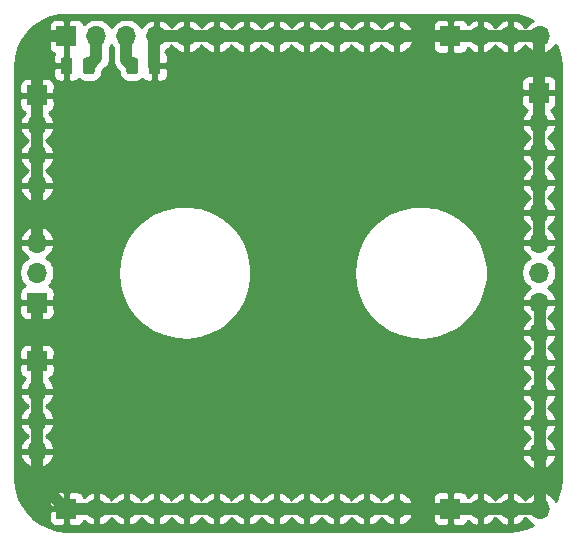
<source format=gbr>
%TF.GenerationSoftware,KiCad,Pcbnew,(5.1.9)-1*%
%TF.CreationDate,2021-09-03T13:39:34-04:00*%
%TF.ProjectId,Preamp_Shield,50726561-6d70-45f5-9368-69656c642e6b,rev?*%
%TF.SameCoordinates,Original*%
%TF.FileFunction,Copper,L1,Top*%
%TF.FilePolarity,Positive*%
%FSLAX46Y46*%
G04 Gerber Fmt 4.6, Leading zero omitted, Abs format (unit mm)*
G04 Created by KiCad (PCBNEW (5.1.9)-1) date 2021-09-03 13:39:34*
%MOMM*%
%LPD*%
G01*
G04 APERTURE LIST*
%TA.AperFunction,ComponentPad*%
%ADD10O,1.700000X1.700000*%
%TD*%
%TA.AperFunction,ComponentPad*%
%ADD11R,1.700000X1.700000*%
%TD*%
%TA.AperFunction,Conductor*%
%ADD12C,1.000000*%
%TD*%
%TA.AperFunction,Conductor*%
%ADD13C,0.254000*%
%TD*%
%TA.AperFunction,Conductor*%
%ADD14C,0.100000*%
%TD*%
G04 APERTURE END LIST*
D10*
%TO.P,J6,13*%
%TO.N,GND*%
X145000000Y-110240000D03*
%TO.P,J6,12*%
X145000000Y-107700000D03*
%TO.P,J6,11*%
X145000000Y-105160000D03*
%TO.P,J6,10*%
X145000000Y-102620000D03*
%TO.P,J6,9*%
X145000000Y-100080000D03*
%TO.P,J6,8*%
X145000000Y-97540000D03*
%TO.P,J6,7*%
%TO.N,Vout*%
X145000000Y-95000000D03*
%TO.P,J6,6*%
%TO.N,GND*%
X145000000Y-92460000D03*
%TO.P,J6,5*%
X145000000Y-89920000D03*
%TO.P,J6,4*%
X145000000Y-87380000D03*
%TO.P,J6,3*%
X145000000Y-84840000D03*
%TO.P,J6,2*%
X145000000Y-82300000D03*
D11*
%TO.P,J6,1*%
X145000000Y-79760000D03*
%TD*%
%TO.P,C5,2*%
%TO.N,GND*%
%TA.AperFunction,SMDPad,CuDef*%
G36*
G01*
X111950000Y-77975000D02*
X111950000Y-77025000D01*
G75*
G02*
X112200000Y-76775000I250000J0D01*
G01*
X112700000Y-76775000D01*
G75*
G02*
X112950000Y-77025000I0J-250000D01*
G01*
X112950000Y-77975000D01*
G75*
G02*
X112700000Y-78225000I-250000J0D01*
G01*
X112200000Y-78225000D01*
G75*
G02*
X111950000Y-77975000I0J250000D01*
G01*
G37*
%TD.AperFunction*%
%TO.P,C5,1*%
%TO.N,-5V*%
%TA.AperFunction,SMDPad,CuDef*%
G36*
G01*
X110050000Y-77975000D02*
X110050000Y-77025000D01*
G75*
G02*
X110300000Y-76775000I250000J0D01*
G01*
X110800000Y-76775000D01*
G75*
G02*
X111050000Y-77025000I0J-250000D01*
G01*
X111050000Y-77975000D01*
G75*
G02*
X110800000Y-78225000I-250000J0D01*
G01*
X110300000Y-78225000D01*
G75*
G02*
X110050000Y-77975000I0J250000D01*
G01*
G37*
%TD.AperFunction*%
%TD*%
%TO.P,C4,2*%
%TO.N,+5V*%
%TA.AperFunction,SMDPad,CuDef*%
G36*
G01*
X106400000Y-77975000D02*
X106400000Y-77025000D01*
G75*
G02*
X106650000Y-76775000I250000J0D01*
G01*
X107150000Y-76775000D01*
G75*
G02*
X107400000Y-77025000I0J-250000D01*
G01*
X107400000Y-77975000D01*
G75*
G02*
X107150000Y-78225000I-250000J0D01*
G01*
X106650000Y-78225000D01*
G75*
G02*
X106400000Y-77975000I0J250000D01*
G01*
G37*
%TD.AperFunction*%
%TO.P,C4,1*%
%TO.N,GND*%
%TA.AperFunction,SMDPad,CuDef*%
G36*
G01*
X104500000Y-77975000D02*
X104500000Y-77025000D01*
G75*
G02*
X104750000Y-76775000I250000J0D01*
G01*
X105250000Y-76775000D01*
G75*
G02*
X105500000Y-77025000I0J-250000D01*
G01*
X105500000Y-77975000D01*
G75*
G02*
X105250000Y-78225000I-250000J0D01*
G01*
X104750000Y-78225000D01*
G75*
G02*
X104500000Y-77975000I0J250000D01*
G01*
G37*
%TD.AperFunction*%
%TD*%
D10*
%TO.P,J8,12*%
%TO.N,GND*%
X132940000Y-75000000D03*
%TO.P,J8,11*%
X130400000Y-75000000D03*
%TO.P,J8,10*%
X127860000Y-75000000D03*
%TO.P,J8,9*%
X125320000Y-75000000D03*
%TO.P,J8,8*%
X122780000Y-75000000D03*
%TO.P,J8,7*%
X120240000Y-75000000D03*
%TO.P,J8,6*%
X117700000Y-75000000D03*
%TO.P,J8,5*%
X115160000Y-75000000D03*
%TO.P,J8,4*%
X112620000Y-75000000D03*
%TO.P,J8,3*%
%TO.N,-5V*%
X110080000Y-75000000D03*
%TO.P,J8,2*%
%TO.N,+5V*%
X107540000Y-75000000D03*
D11*
%TO.P,J8,1*%
%TO.N,GND*%
X105000000Y-75000000D03*
%TD*%
D10*
%TO.P,J7,12*%
%TO.N,GND*%
X132940000Y-115000000D03*
%TO.P,J7,11*%
X130400000Y-115000000D03*
%TO.P,J7,10*%
X127860000Y-115000000D03*
%TO.P,J7,9*%
X125320000Y-115000000D03*
%TO.P,J7,8*%
X122780000Y-115000000D03*
%TO.P,J7,7*%
X120240000Y-115000000D03*
%TO.P,J7,6*%
X117700000Y-115000000D03*
%TO.P,J7,5*%
X115160000Y-115000000D03*
%TO.P,J7,4*%
X112620000Y-115000000D03*
%TO.P,J7,3*%
X110080000Y-115000000D03*
%TO.P,J7,2*%
X107540000Y-115000000D03*
D11*
%TO.P,J7,1*%
X105000000Y-115000000D03*
%TD*%
D10*
%TO.P,J5,3*%
%TO.N,GND*%
X102500000Y-92460000D03*
%TO.P,J5,2*%
%TO.N,Vin-DC*%
X102500000Y-95000000D03*
D11*
%TO.P,J5,1*%
%TO.N,GND*%
X102500000Y-97540000D03*
%TD*%
D10*
%TO.P,J4,4*%
%TO.N,GND*%
X102500000Y-110120000D03*
%TO.P,J4,3*%
X102500000Y-107580000D03*
%TO.P,J4,2*%
X102500000Y-105040000D03*
D11*
%TO.P,J4,1*%
X102500000Y-102500000D03*
%TD*%
D10*
%TO.P,J3,4*%
%TO.N,GND*%
X102500000Y-87620000D03*
%TO.P,J3,3*%
X102500000Y-85080000D03*
%TO.P,J3,2*%
X102500000Y-82540000D03*
D11*
%TO.P,J3,1*%
X102500000Y-80000000D03*
%TD*%
D10*
%TO.P,J2,4*%
%TO.N,GND*%
X145120000Y-115000000D03*
%TO.P,J2,3*%
X142580000Y-115000000D03*
%TO.P,J2,2*%
X140040000Y-115000000D03*
D11*
%TO.P,J2,1*%
X137500000Y-115000000D03*
%TD*%
D10*
%TO.P,J1,4*%
%TO.N,GND*%
X145120000Y-75000000D03*
%TO.P,J1,3*%
X142580000Y-75000000D03*
%TO.P,J1,2*%
X140040000Y-75000000D03*
D11*
%TO.P,J1,1*%
X137500000Y-75000000D03*
%TD*%
D12*
%TO.N,+5V*%
X107540000Y-76860000D02*
X106900000Y-77500000D01*
X107540000Y-75000000D02*
X107540000Y-76860000D01*
%TO.N,GND*%
X105000000Y-115000000D02*
X145120000Y-115000000D01*
X145120000Y-97660000D02*
X145000000Y-97540000D01*
X145120000Y-115000000D02*
X145120000Y-97660000D01*
X145000000Y-92460000D02*
X145000000Y-79760000D01*
X145000000Y-75120000D02*
X145120000Y-75000000D01*
X145000000Y-79760000D02*
X145000000Y-75120000D01*
X145120000Y-75000000D02*
X112620000Y-75000000D01*
X105000000Y-75000000D02*
X103250000Y-75000000D01*
X102500000Y-75750000D02*
X102500000Y-80000000D01*
X103250000Y-75000000D02*
X102500000Y-75750000D01*
X102500000Y-80000000D02*
X102500000Y-92460000D01*
X102500000Y-97540000D02*
X102500000Y-110120000D01*
X102500000Y-112500000D02*
X105000000Y-115000000D01*
X102500000Y-110120000D02*
X102500000Y-112500000D01*
X112450000Y-75170000D02*
X112620000Y-75000000D01*
X112450000Y-77500000D02*
X112450000Y-75170000D01*
X105100000Y-75100000D02*
X105000000Y-75000000D01*
X107500000Y-114960000D02*
X107540000Y-115000000D01*
%TO.N,-5V*%
X110080000Y-77030000D02*
X110550000Y-77500000D01*
X110080000Y-75000000D02*
X110080000Y-77030000D01*
%TD*%
D13*
%TO.N,GND*%
X143268083Y-73231173D02*
X144011891Y-73434656D01*
X144490462Y-73662923D01*
X144353080Y-73728359D01*
X144119731Y-73902412D01*
X143924822Y-74118645D01*
X143850000Y-74244255D01*
X143775178Y-74118645D01*
X143580269Y-73902412D01*
X143346920Y-73728359D01*
X143084099Y-73603175D01*
X142936890Y-73558524D01*
X142707000Y-73679845D01*
X142707000Y-74873000D01*
X144993000Y-74873000D01*
X144993000Y-74853000D01*
X145247000Y-74853000D01*
X145247000Y-74873000D01*
X145267000Y-74873000D01*
X145267000Y-75127000D01*
X145247000Y-75127000D01*
X145247000Y-76320155D01*
X145476890Y-76441476D01*
X145624099Y-76396825D01*
X145886920Y-76271641D01*
X146120269Y-76097588D01*
X146315178Y-75881355D01*
X146425951Y-75695391D01*
X146610829Y-76116553D01*
X146792065Y-76871457D01*
X146840000Y-77524207D01*
X146840001Y-112470597D01*
X146768827Y-113268083D01*
X146565344Y-114011890D01*
X146425826Y-114304398D01*
X146315178Y-114118645D01*
X146120269Y-113902412D01*
X145886920Y-113728359D01*
X145624099Y-113603175D01*
X145476890Y-113558524D01*
X145247000Y-113679845D01*
X145247000Y-114873000D01*
X145267000Y-114873000D01*
X145267000Y-115127000D01*
X145247000Y-115127000D01*
X145247000Y-115147000D01*
X144993000Y-115147000D01*
X144993000Y-115127000D01*
X142707000Y-115127000D01*
X142707000Y-116320155D01*
X142936890Y-116441476D01*
X143084099Y-116396825D01*
X143346920Y-116271641D01*
X143580269Y-116097588D01*
X143775178Y-115881355D01*
X143850000Y-115755745D01*
X143924822Y-115881355D01*
X144119731Y-116097588D01*
X144353080Y-116271641D01*
X144498427Y-116340871D01*
X143883447Y-116610829D01*
X143128543Y-116792065D01*
X142475793Y-116840000D01*
X105029392Y-116840000D01*
X104231917Y-116768827D01*
X103488110Y-116565344D01*
X102792096Y-116233363D01*
X102258590Y-115850000D01*
X103511928Y-115850000D01*
X103524188Y-115974482D01*
X103560498Y-116094180D01*
X103619463Y-116204494D01*
X103698815Y-116301185D01*
X103795506Y-116380537D01*
X103905820Y-116439502D01*
X104025518Y-116475812D01*
X104150000Y-116488072D01*
X104714250Y-116485000D01*
X104873000Y-116326250D01*
X104873000Y-115127000D01*
X105127000Y-115127000D01*
X105127000Y-116326250D01*
X105285750Y-116485000D01*
X105850000Y-116488072D01*
X105974482Y-116475812D01*
X106094180Y-116439502D01*
X106204494Y-116380537D01*
X106301185Y-116301185D01*
X106380537Y-116204494D01*
X106439502Y-116094180D01*
X106463966Y-116013534D01*
X106539731Y-116097588D01*
X106773080Y-116271641D01*
X107035901Y-116396825D01*
X107183110Y-116441476D01*
X107413000Y-116320155D01*
X107413000Y-115127000D01*
X107667000Y-115127000D01*
X107667000Y-116320155D01*
X107896890Y-116441476D01*
X108044099Y-116396825D01*
X108306920Y-116271641D01*
X108540269Y-116097588D01*
X108735178Y-115881355D01*
X108810000Y-115755745D01*
X108884822Y-115881355D01*
X109079731Y-116097588D01*
X109313080Y-116271641D01*
X109575901Y-116396825D01*
X109723110Y-116441476D01*
X109953000Y-116320155D01*
X109953000Y-115127000D01*
X110207000Y-115127000D01*
X110207000Y-116320155D01*
X110436890Y-116441476D01*
X110584099Y-116396825D01*
X110846920Y-116271641D01*
X111080269Y-116097588D01*
X111275178Y-115881355D01*
X111350000Y-115755745D01*
X111424822Y-115881355D01*
X111619731Y-116097588D01*
X111853080Y-116271641D01*
X112115901Y-116396825D01*
X112263110Y-116441476D01*
X112493000Y-116320155D01*
X112493000Y-115127000D01*
X112747000Y-115127000D01*
X112747000Y-116320155D01*
X112976890Y-116441476D01*
X113124099Y-116396825D01*
X113386920Y-116271641D01*
X113620269Y-116097588D01*
X113815178Y-115881355D01*
X113890000Y-115755745D01*
X113964822Y-115881355D01*
X114159731Y-116097588D01*
X114393080Y-116271641D01*
X114655901Y-116396825D01*
X114803110Y-116441476D01*
X115033000Y-116320155D01*
X115033000Y-115127000D01*
X115287000Y-115127000D01*
X115287000Y-116320155D01*
X115516890Y-116441476D01*
X115664099Y-116396825D01*
X115926920Y-116271641D01*
X116160269Y-116097588D01*
X116355178Y-115881355D01*
X116430000Y-115755745D01*
X116504822Y-115881355D01*
X116699731Y-116097588D01*
X116933080Y-116271641D01*
X117195901Y-116396825D01*
X117343110Y-116441476D01*
X117573000Y-116320155D01*
X117573000Y-115127000D01*
X117827000Y-115127000D01*
X117827000Y-116320155D01*
X118056890Y-116441476D01*
X118204099Y-116396825D01*
X118466920Y-116271641D01*
X118700269Y-116097588D01*
X118895178Y-115881355D01*
X118970000Y-115755745D01*
X119044822Y-115881355D01*
X119239731Y-116097588D01*
X119473080Y-116271641D01*
X119735901Y-116396825D01*
X119883110Y-116441476D01*
X120113000Y-116320155D01*
X120113000Y-115127000D01*
X120367000Y-115127000D01*
X120367000Y-116320155D01*
X120596890Y-116441476D01*
X120744099Y-116396825D01*
X121006920Y-116271641D01*
X121240269Y-116097588D01*
X121435178Y-115881355D01*
X121510000Y-115755745D01*
X121584822Y-115881355D01*
X121779731Y-116097588D01*
X122013080Y-116271641D01*
X122275901Y-116396825D01*
X122423110Y-116441476D01*
X122653000Y-116320155D01*
X122653000Y-115127000D01*
X122907000Y-115127000D01*
X122907000Y-116320155D01*
X123136890Y-116441476D01*
X123284099Y-116396825D01*
X123546920Y-116271641D01*
X123780269Y-116097588D01*
X123975178Y-115881355D01*
X124050000Y-115755745D01*
X124124822Y-115881355D01*
X124319731Y-116097588D01*
X124553080Y-116271641D01*
X124815901Y-116396825D01*
X124963110Y-116441476D01*
X125193000Y-116320155D01*
X125193000Y-115127000D01*
X125447000Y-115127000D01*
X125447000Y-116320155D01*
X125676890Y-116441476D01*
X125824099Y-116396825D01*
X126086920Y-116271641D01*
X126320269Y-116097588D01*
X126515178Y-115881355D01*
X126590000Y-115755745D01*
X126664822Y-115881355D01*
X126859731Y-116097588D01*
X127093080Y-116271641D01*
X127355901Y-116396825D01*
X127503110Y-116441476D01*
X127733000Y-116320155D01*
X127733000Y-115127000D01*
X127987000Y-115127000D01*
X127987000Y-116320155D01*
X128216890Y-116441476D01*
X128364099Y-116396825D01*
X128626920Y-116271641D01*
X128860269Y-116097588D01*
X129055178Y-115881355D01*
X129130000Y-115755745D01*
X129204822Y-115881355D01*
X129399731Y-116097588D01*
X129633080Y-116271641D01*
X129895901Y-116396825D01*
X130043110Y-116441476D01*
X130273000Y-116320155D01*
X130273000Y-115127000D01*
X130527000Y-115127000D01*
X130527000Y-116320155D01*
X130756890Y-116441476D01*
X130904099Y-116396825D01*
X131166920Y-116271641D01*
X131400269Y-116097588D01*
X131595178Y-115881355D01*
X131670000Y-115755745D01*
X131744822Y-115881355D01*
X131939731Y-116097588D01*
X132173080Y-116271641D01*
X132435901Y-116396825D01*
X132583110Y-116441476D01*
X132813000Y-116320155D01*
X132813000Y-115127000D01*
X133067000Y-115127000D01*
X133067000Y-116320155D01*
X133296890Y-116441476D01*
X133444099Y-116396825D01*
X133706920Y-116271641D01*
X133940269Y-116097588D01*
X134135178Y-115881355D01*
X134153855Y-115850000D01*
X136011928Y-115850000D01*
X136024188Y-115974482D01*
X136060498Y-116094180D01*
X136119463Y-116204494D01*
X136198815Y-116301185D01*
X136295506Y-116380537D01*
X136405820Y-116439502D01*
X136525518Y-116475812D01*
X136650000Y-116488072D01*
X137214250Y-116485000D01*
X137373000Y-116326250D01*
X137373000Y-115127000D01*
X137627000Y-115127000D01*
X137627000Y-116326250D01*
X137785750Y-116485000D01*
X138350000Y-116488072D01*
X138474482Y-116475812D01*
X138594180Y-116439502D01*
X138704494Y-116380537D01*
X138801185Y-116301185D01*
X138880537Y-116204494D01*
X138939502Y-116094180D01*
X138963966Y-116013534D01*
X139039731Y-116097588D01*
X139273080Y-116271641D01*
X139535901Y-116396825D01*
X139683110Y-116441476D01*
X139913000Y-116320155D01*
X139913000Y-115127000D01*
X140167000Y-115127000D01*
X140167000Y-116320155D01*
X140396890Y-116441476D01*
X140544099Y-116396825D01*
X140806920Y-116271641D01*
X141040269Y-116097588D01*
X141235178Y-115881355D01*
X141310000Y-115755745D01*
X141384822Y-115881355D01*
X141579731Y-116097588D01*
X141813080Y-116271641D01*
X142075901Y-116396825D01*
X142223110Y-116441476D01*
X142453000Y-116320155D01*
X142453000Y-115127000D01*
X140167000Y-115127000D01*
X139913000Y-115127000D01*
X137627000Y-115127000D01*
X137373000Y-115127000D01*
X136173750Y-115127000D01*
X136015000Y-115285750D01*
X136011928Y-115850000D01*
X134153855Y-115850000D01*
X134284157Y-115631252D01*
X134381481Y-115356891D01*
X134260814Y-115127000D01*
X133067000Y-115127000D01*
X132813000Y-115127000D01*
X130527000Y-115127000D01*
X130273000Y-115127000D01*
X127987000Y-115127000D01*
X127733000Y-115127000D01*
X125447000Y-115127000D01*
X125193000Y-115127000D01*
X122907000Y-115127000D01*
X122653000Y-115127000D01*
X120367000Y-115127000D01*
X120113000Y-115127000D01*
X117827000Y-115127000D01*
X117573000Y-115127000D01*
X115287000Y-115127000D01*
X115033000Y-115127000D01*
X112747000Y-115127000D01*
X112493000Y-115127000D01*
X110207000Y-115127000D01*
X109953000Y-115127000D01*
X107667000Y-115127000D01*
X107413000Y-115127000D01*
X105127000Y-115127000D01*
X104873000Y-115127000D01*
X103673750Y-115127000D01*
X103515000Y-115285750D01*
X103511928Y-115850000D01*
X102258590Y-115850000D01*
X102165870Y-115783374D01*
X101629223Y-115229597D01*
X101199129Y-114589549D01*
X101006180Y-114150000D01*
X103511928Y-114150000D01*
X103515000Y-114714250D01*
X103673750Y-114873000D01*
X104873000Y-114873000D01*
X104873000Y-113673750D01*
X105127000Y-113673750D01*
X105127000Y-114873000D01*
X107413000Y-114873000D01*
X107413000Y-113679845D01*
X107667000Y-113679845D01*
X107667000Y-114873000D01*
X109953000Y-114873000D01*
X109953000Y-113679845D01*
X110207000Y-113679845D01*
X110207000Y-114873000D01*
X112493000Y-114873000D01*
X112493000Y-113679845D01*
X112747000Y-113679845D01*
X112747000Y-114873000D01*
X115033000Y-114873000D01*
X115033000Y-113679845D01*
X115287000Y-113679845D01*
X115287000Y-114873000D01*
X117573000Y-114873000D01*
X117573000Y-113679845D01*
X117827000Y-113679845D01*
X117827000Y-114873000D01*
X120113000Y-114873000D01*
X120113000Y-113679845D01*
X120367000Y-113679845D01*
X120367000Y-114873000D01*
X122653000Y-114873000D01*
X122653000Y-113679845D01*
X122907000Y-113679845D01*
X122907000Y-114873000D01*
X125193000Y-114873000D01*
X125193000Y-113679845D01*
X125447000Y-113679845D01*
X125447000Y-114873000D01*
X127733000Y-114873000D01*
X127733000Y-113679845D01*
X127987000Y-113679845D01*
X127987000Y-114873000D01*
X130273000Y-114873000D01*
X130273000Y-113679845D01*
X130527000Y-113679845D01*
X130527000Y-114873000D01*
X132813000Y-114873000D01*
X132813000Y-113679845D01*
X133067000Y-113679845D01*
X133067000Y-114873000D01*
X134260814Y-114873000D01*
X134381481Y-114643109D01*
X134284157Y-114368748D01*
X134153856Y-114150000D01*
X136011928Y-114150000D01*
X136015000Y-114714250D01*
X136173750Y-114873000D01*
X137373000Y-114873000D01*
X137373000Y-113673750D01*
X137627000Y-113673750D01*
X137627000Y-114873000D01*
X139913000Y-114873000D01*
X139913000Y-113679845D01*
X140167000Y-113679845D01*
X140167000Y-114873000D01*
X142453000Y-114873000D01*
X142453000Y-113679845D01*
X142707000Y-113679845D01*
X142707000Y-114873000D01*
X144993000Y-114873000D01*
X144993000Y-113679845D01*
X144763110Y-113558524D01*
X144615901Y-113603175D01*
X144353080Y-113728359D01*
X144119731Y-113902412D01*
X143924822Y-114118645D01*
X143850000Y-114244255D01*
X143775178Y-114118645D01*
X143580269Y-113902412D01*
X143346920Y-113728359D01*
X143084099Y-113603175D01*
X142936890Y-113558524D01*
X142707000Y-113679845D01*
X142453000Y-113679845D01*
X142223110Y-113558524D01*
X142075901Y-113603175D01*
X141813080Y-113728359D01*
X141579731Y-113902412D01*
X141384822Y-114118645D01*
X141310000Y-114244255D01*
X141235178Y-114118645D01*
X141040269Y-113902412D01*
X140806920Y-113728359D01*
X140544099Y-113603175D01*
X140396890Y-113558524D01*
X140167000Y-113679845D01*
X139913000Y-113679845D01*
X139683110Y-113558524D01*
X139535901Y-113603175D01*
X139273080Y-113728359D01*
X139039731Y-113902412D01*
X138963966Y-113986466D01*
X138939502Y-113905820D01*
X138880537Y-113795506D01*
X138801185Y-113698815D01*
X138704494Y-113619463D01*
X138594180Y-113560498D01*
X138474482Y-113524188D01*
X138350000Y-113511928D01*
X137785750Y-113515000D01*
X137627000Y-113673750D01*
X137373000Y-113673750D01*
X137214250Y-113515000D01*
X136650000Y-113511928D01*
X136525518Y-113524188D01*
X136405820Y-113560498D01*
X136295506Y-113619463D01*
X136198815Y-113698815D01*
X136119463Y-113795506D01*
X136060498Y-113905820D01*
X136024188Y-114025518D01*
X136011928Y-114150000D01*
X134153856Y-114150000D01*
X134135178Y-114118645D01*
X133940269Y-113902412D01*
X133706920Y-113728359D01*
X133444099Y-113603175D01*
X133296890Y-113558524D01*
X133067000Y-113679845D01*
X132813000Y-113679845D01*
X132583110Y-113558524D01*
X132435901Y-113603175D01*
X132173080Y-113728359D01*
X131939731Y-113902412D01*
X131744822Y-114118645D01*
X131670000Y-114244255D01*
X131595178Y-114118645D01*
X131400269Y-113902412D01*
X131166920Y-113728359D01*
X130904099Y-113603175D01*
X130756890Y-113558524D01*
X130527000Y-113679845D01*
X130273000Y-113679845D01*
X130043110Y-113558524D01*
X129895901Y-113603175D01*
X129633080Y-113728359D01*
X129399731Y-113902412D01*
X129204822Y-114118645D01*
X129130000Y-114244255D01*
X129055178Y-114118645D01*
X128860269Y-113902412D01*
X128626920Y-113728359D01*
X128364099Y-113603175D01*
X128216890Y-113558524D01*
X127987000Y-113679845D01*
X127733000Y-113679845D01*
X127503110Y-113558524D01*
X127355901Y-113603175D01*
X127093080Y-113728359D01*
X126859731Y-113902412D01*
X126664822Y-114118645D01*
X126590000Y-114244255D01*
X126515178Y-114118645D01*
X126320269Y-113902412D01*
X126086920Y-113728359D01*
X125824099Y-113603175D01*
X125676890Y-113558524D01*
X125447000Y-113679845D01*
X125193000Y-113679845D01*
X124963110Y-113558524D01*
X124815901Y-113603175D01*
X124553080Y-113728359D01*
X124319731Y-113902412D01*
X124124822Y-114118645D01*
X124050000Y-114244255D01*
X123975178Y-114118645D01*
X123780269Y-113902412D01*
X123546920Y-113728359D01*
X123284099Y-113603175D01*
X123136890Y-113558524D01*
X122907000Y-113679845D01*
X122653000Y-113679845D01*
X122423110Y-113558524D01*
X122275901Y-113603175D01*
X122013080Y-113728359D01*
X121779731Y-113902412D01*
X121584822Y-114118645D01*
X121510000Y-114244255D01*
X121435178Y-114118645D01*
X121240269Y-113902412D01*
X121006920Y-113728359D01*
X120744099Y-113603175D01*
X120596890Y-113558524D01*
X120367000Y-113679845D01*
X120113000Y-113679845D01*
X119883110Y-113558524D01*
X119735901Y-113603175D01*
X119473080Y-113728359D01*
X119239731Y-113902412D01*
X119044822Y-114118645D01*
X118970000Y-114244255D01*
X118895178Y-114118645D01*
X118700269Y-113902412D01*
X118466920Y-113728359D01*
X118204099Y-113603175D01*
X118056890Y-113558524D01*
X117827000Y-113679845D01*
X117573000Y-113679845D01*
X117343110Y-113558524D01*
X117195901Y-113603175D01*
X116933080Y-113728359D01*
X116699731Y-113902412D01*
X116504822Y-114118645D01*
X116430000Y-114244255D01*
X116355178Y-114118645D01*
X116160269Y-113902412D01*
X115926920Y-113728359D01*
X115664099Y-113603175D01*
X115516890Y-113558524D01*
X115287000Y-113679845D01*
X115033000Y-113679845D01*
X114803110Y-113558524D01*
X114655901Y-113603175D01*
X114393080Y-113728359D01*
X114159731Y-113902412D01*
X113964822Y-114118645D01*
X113890000Y-114244255D01*
X113815178Y-114118645D01*
X113620269Y-113902412D01*
X113386920Y-113728359D01*
X113124099Y-113603175D01*
X112976890Y-113558524D01*
X112747000Y-113679845D01*
X112493000Y-113679845D01*
X112263110Y-113558524D01*
X112115901Y-113603175D01*
X111853080Y-113728359D01*
X111619731Y-113902412D01*
X111424822Y-114118645D01*
X111350000Y-114244255D01*
X111275178Y-114118645D01*
X111080269Y-113902412D01*
X110846920Y-113728359D01*
X110584099Y-113603175D01*
X110436890Y-113558524D01*
X110207000Y-113679845D01*
X109953000Y-113679845D01*
X109723110Y-113558524D01*
X109575901Y-113603175D01*
X109313080Y-113728359D01*
X109079731Y-113902412D01*
X108884822Y-114118645D01*
X108810000Y-114244255D01*
X108735178Y-114118645D01*
X108540269Y-113902412D01*
X108306920Y-113728359D01*
X108044099Y-113603175D01*
X107896890Y-113558524D01*
X107667000Y-113679845D01*
X107413000Y-113679845D01*
X107183110Y-113558524D01*
X107035901Y-113603175D01*
X106773080Y-113728359D01*
X106539731Y-113902412D01*
X106463966Y-113986466D01*
X106439502Y-113905820D01*
X106380537Y-113795506D01*
X106301185Y-113698815D01*
X106204494Y-113619463D01*
X106094180Y-113560498D01*
X105974482Y-113524188D01*
X105850000Y-113511928D01*
X105285750Y-113515000D01*
X105127000Y-113673750D01*
X104873000Y-113673750D01*
X104714250Y-113515000D01*
X104150000Y-113511928D01*
X104025518Y-113524188D01*
X103905820Y-113560498D01*
X103795506Y-113619463D01*
X103698815Y-113698815D01*
X103619463Y-113795506D01*
X103560498Y-113905820D01*
X103524188Y-114025518D01*
X103511928Y-114150000D01*
X101006180Y-114150000D01*
X100889171Y-113883447D01*
X100707935Y-113128543D01*
X100660000Y-112475793D01*
X100660000Y-110476890D01*
X101058524Y-110476890D01*
X101103175Y-110624099D01*
X101228359Y-110886920D01*
X101402412Y-111120269D01*
X101618645Y-111315178D01*
X101868748Y-111464157D01*
X102143109Y-111561481D01*
X102373000Y-111440814D01*
X102373000Y-110247000D01*
X102627000Y-110247000D01*
X102627000Y-111440814D01*
X102856891Y-111561481D01*
X103131252Y-111464157D01*
X103381355Y-111315178D01*
X103597588Y-111120269D01*
X103771641Y-110886920D01*
X103896825Y-110624099D01*
X103905077Y-110596890D01*
X143558524Y-110596890D01*
X143603175Y-110744099D01*
X143728359Y-111006920D01*
X143902412Y-111240269D01*
X144118645Y-111435178D01*
X144368748Y-111584157D01*
X144643109Y-111681481D01*
X144873000Y-111560814D01*
X144873000Y-110367000D01*
X145127000Y-110367000D01*
X145127000Y-111560814D01*
X145356891Y-111681481D01*
X145631252Y-111584157D01*
X145881355Y-111435178D01*
X146097588Y-111240269D01*
X146271641Y-111006920D01*
X146396825Y-110744099D01*
X146441476Y-110596890D01*
X146320155Y-110367000D01*
X145127000Y-110367000D01*
X144873000Y-110367000D01*
X143679845Y-110367000D01*
X143558524Y-110596890D01*
X103905077Y-110596890D01*
X103941476Y-110476890D01*
X103820155Y-110247000D01*
X102627000Y-110247000D01*
X102373000Y-110247000D01*
X101179845Y-110247000D01*
X101058524Y-110476890D01*
X100660000Y-110476890D01*
X100660000Y-107936890D01*
X101058524Y-107936890D01*
X101103175Y-108084099D01*
X101228359Y-108346920D01*
X101402412Y-108580269D01*
X101618645Y-108775178D01*
X101744255Y-108850000D01*
X101618645Y-108924822D01*
X101402412Y-109119731D01*
X101228359Y-109353080D01*
X101103175Y-109615901D01*
X101058524Y-109763110D01*
X101179845Y-109993000D01*
X102373000Y-109993000D01*
X102373000Y-107707000D01*
X102627000Y-107707000D01*
X102627000Y-109993000D01*
X103820155Y-109993000D01*
X103941476Y-109763110D01*
X103896825Y-109615901D01*
X103771641Y-109353080D01*
X103597588Y-109119731D01*
X103381355Y-108924822D01*
X103255745Y-108850000D01*
X103381355Y-108775178D01*
X103597588Y-108580269D01*
X103771641Y-108346920D01*
X103896825Y-108084099D01*
X103905077Y-108056890D01*
X143558524Y-108056890D01*
X143603175Y-108204099D01*
X143728359Y-108466920D01*
X143902412Y-108700269D01*
X144118645Y-108895178D01*
X144244255Y-108970000D01*
X144118645Y-109044822D01*
X143902412Y-109239731D01*
X143728359Y-109473080D01*
X143603175Y-109735901D01*
X143558524Y-109883110D01*
X143679845Y-110113000D01*
X144873000Y-110113000D01*
X144873000Y-107827000D01*
X145127000Y-107827000D01*
X145127000Y-110113000D01*
X146320155Y-110113000D01*
X146441476Y-109883110D01*
X146396825Y-109735901D01*
X146271641Y-109473080D01*
X146097588Y-109239731D01*
X145881355Y-109044822D01*
X145755745Y-108970000D01*
X145881355Y-108895178D01*
X146097588Y-108700269D01*
X146271641Y-108466920D01*
X146396825Y-108204099D01*
X146441476Y-108056890D01*
X146320155Y-107827000D01*
X145127000Y-107827000D01*
X144873000Y-107827000D01*
X143679845Y-107827000D01*
X143558524Y-108056890D01*
X103905077Y-108056890D01*
X103941476Y-107936890D01*
X103820155Y-107707000D01*
X102627000Y-107707000D01*
X102373000Y-107707000D01*
X101179845Y-107707000D01*
X101058524Y-107936890D01*
X100660000Y-107936890D01*
X100660000Y-105396890D01*
X101058524Y-105396890D01*
X101103175Y-105544099D01*
X101228359Y-105806920D01*
X101402412Y-106040269D01*
X101618645Y-106235178D01*
X101744255Y-106310000D01*
X101618645Y-106384822D01*
X101402412Y-106579731D01*
X101228359Y-106813080D01*
X101103175Y-107075901D01*
X101058524Y-107223110D01*
X101179845Y-107453000D01*
X102373000Y-107453000D01*
X102373000Y-105167000D01*
X102627000Y-105167000D01*
X102627000Y-107453000D01*
X103820155Y-107453000D01*
X103941476Y-107223110D01*
X103896825Y-107075901D01*
X103771641Y-106813080D01*
X103597588Y-106579731D01*
X103381355Y-106384822D01*
X103255745Y-106310000D01*
X103381355Y-106235178D01*
X103597588Y-106040269D01*
X103771641Y-105806920D01*
X103896825Y-105544099D01*
X103905077Y-105516890D01*
X143558524Y-105516890D01*
X143603175Y-105664099D01*
X143728359Y-105926920D01*
X143902412Y-106160269D01*
X144118645Y-106355178D01*
X144244255Y-106430000D01*
X144118645Y-106504822D01*
X143902412Y-106699731D01*
X143728359Y-106933080D01*
X143603175Y-107195901D01*
X143558524Y-107343110D01*
X143679845Y-107573000D01*
X144873000Y-107573000D01*
X144873000Y-105287000D01*
X145127000Y-105287000D01*
X145127000Y-107573000D01*
X146320155Y-107573000D01*
X146441476Y-107343110D01*
X146396825Y-107195901D01*
X146271641Y-106933080D01*
X146097588Y-106699731D01*
X145881355Y-106504822D01*
X145755745Y-106430000D01*
X145881355Y-106355178D01*
X146097588Y-106160269D01*
X146271641Y-105926920D01*
X146396825Y-105664099D01*
X146441476Y-105516890D01*
X146320155Y-105287000D01*
X145127000Y-105287000D01*
X144873000Y-105287000D01*
X143679845Y-105287000D01*
X143558524Y-105516890D01*
X103905077Y-105516890D01*
X103941476Y-105396890D01*
X103820155Y-105167000D01*
X102627000Y-105167000D01*
X102373000Y-105167000D01*
X101179845Y-105167000D01*
X101058524Y-105396890D01*
X100660000Y-105396890D01*
X100660000Y-103350000D01*
X101011928Y-103350000D01*
X101024188Y-103474482D01*
X101060498Y-103594180D01*
X101119463Y-103704494D01*
X101198815Y-103801185D01*
X101295506Y-103880537D01*
X101405820Y-103939502D01*
X101486466Y-103963966D01*
X101402412Y-104039731D01*
X101228359Y-104273080D01*
X101103175Y-104535901D01*
X101058524Y-104683110D01*
X101179845Y-104913000D01*
X102373000Y-104913000D01*
X102373000Y-102627000D01*
X102627000Y-102627000D01*
X102627000Y-104913000D01*
X103820155Y-104913000D01*
X103941476Y-104683110D01*
X103896825Y-104535901D01*
X103771641Y-104273080D01*
X103597588Y-104039731D01*
X103513534Y-103963966D01*
X103594180Y-103939502D01*
X103704494Y-103880537D01*
X103801185Y-103801185D01*
X103880537Y-103704494D01*
X103939502Y-103594180D01*
X103975812Y-103474482D01*
X103988072Y-103350000D01*
X103986041Y-102976890D01*
X143558524Y-102976890D01*
X143603175Y-103124099D01*
X143728359Y-103386920D01*
X143902412Y-103620269D01*
X144118645Y-103815178D01*
X144244255Y-103890000D01*
X144118645Y-103964822D01*
X143902412Y-104159731D01*
X143728359Y-104393080D01*
X143603175Y-104655901D01*
X143558524Y-104803110D01*
X143679845Y-105033000D01*
X144873000Y-105033000D01*
X144873000Y-102747000D01*
X145127000Y-102747000D01*
X145127000Y-105033000D01*
X146320155Y-105033000D01*
X146441476Y-104803110D01*
X146396825Y-104655901D01*
X146271641Y-104393080D01*
X146097588Y-104159731D01*
X145881355Y-103964822D01*
X145755745Y-103890000D01*
X145881355Y-103815178D01*
X146097588Y-103620269D01*
X146271641Y-103386920D01*
X146396825Y-103124099D01*
X146441476Y-102976890D01*
X146320155Y-102747000D01*
X145127000Y-102747000D01*
X144873000Y-102747000D01*
X143679845Y-102747000D01*
X143558524Y-102976890D01*
X103986041Y-102976890D01*
X103985000Y-102785750D01*
X103826250Y-102627000D01*
X102627000Y-102627000D01*
X102373000Y-102627000D01*
X101173750Y-102627000D01*
X101015000Y-102785750D01*
X101011928Y-103350000D01*
X100660000Y-103350000D01*
X100660000Y-101650000D01*
X101011928Y-101650000D01*
X101015000Y-102214250D01*
X101173750Y-102373000D01*
X102373000Y-102373000D01*
X102373000Y-101173750D01*
X102627000Y-101173750D01*
X102627000Y-102373000D01*
X103826250Y-102373000D01*
X103985000Y-102214250D01*
X103988072Y-101650000D01*
X103975812Y-101525518D01*
X103939502Y-101405820D01*
X103880537Y-101295506D01*
X103801185Y-101198815D01*
X103704494Y-101119463D01*
X103594180Y-101060498D01*
X103474482Y-101024188D01*
X103350000Y-101011928D01*
X102785750Y-101015000D01*
X102627000Y-101173750D01*
X102373000Y-101173750D01*
X102214250Y-101015000D01*
X101650000Y-101011928D01*
X101525518Y-101024188D01*
X101405820Y-101060498D01*
X101295506Y-101119463D01*
X101198815Y-101198815D01*
X101119463Y-101295506D01*
X101060498Y-101405820D01*
X101024188Y-101525518D01*
X101011928Y-101650000D01*
X100660000Y-101650000D01*
X100660000Y-98390000D01*
X101011928Y-98390000D01*
X101024188Y-98514482D01*
X101060498Y-98634180D01*
X101119463Y-98744494D01*
X101198815Y-98841185D01*
X101295506Y-98920537D01*
X101405820Y-98979502D01*
X101525518Y-99015812D01*
X101650000Y-99028072D01*
X102214250Y-99025000D01*
X102373000Y-98866250D01*
X102373000Y-97667000D01*
X102627000Y-97667000D01*
X102627000Y-98866250D01*
X102785750Y-99025000D01*
X103350000Y-99028072D01*
X103474482Y-99015812D01*
X103594180Y-98979502D01*
X103704494Y-98920537D01*
X103801185Y-98841185D01*
X103880537Y-98744494D01*
X103939502Y-98634180D01*
X103975812Y-98514482D01*
X103988072Y-98390000D01*
X103985000Y-97825750D01*
X103826250Y-97667000D01*
X102627000Y-97667000D01*
X102373000Y-97667000D01*
X101173750Y-97667000D01*
X101015000Y-97825750D01*
X101011928Y-98390000D01*
X100660000Y-98390000D01*
X100660000Y-96690000D01*
X101011928Y-96690000D01*
X101015000Y-97254250D01*
X101173750Y-97413000D01*
X102373000Y-97413000D01*
X102373000Y-97393000D01*
X102627000Y-97393000D01*
X102627000Y-97413000D01*
X103826250Y-97413000D01*
X103985000Y-97254250D01*
X103988072Y-96690000D01*
X103975812Y-96565518D01*
X103939502Y-96445820D01*
X103880537Y-96335506D01*
X103801185Y-96238815D01*
X103704494Y-96159463D01*
X103594180Y-96100498D01*
X103521620Y-96078487D01*
X103653475Y-95946632D01*
X103815990Y-95703411D01*
X103927932Y-95433158D01*
X103985000Y-95146260D01*
X103985000Y-95000000D01*
X109320000Y-95000000D01*
X109411280Y-96014203D01*
X109682186Y-96995809D01*
X110124011Y-97913268D01*
X110722554Y-98737092D01*
X111458578Y-99440803D01*
X112308426Y-100001783D01*
X113244783Y-100402001D01*
X114237555Y-100628595D01*
X115254832Y-100674281D01*
X116263919Y-100537591D01*
X117232382Y-100222918D01*
X118129095Y-99740376D01*
X118925236Y-99105475D01*
X119595217Y-98338620D01*
X120117503Y-97464460D01*
X120475309Y-96511089D01*
X120657134Y-95509151D01*
X120657134Y-95000000D01*
X129320000Y-95000000D01*
X129411280Y-96014203D01*
X129682186Y-96995809D01*
X130124011Y-97913268D01*
X130722554Y-98737092D01*
X131458578Y-99440803D01*
X132308426Y-100001783D01*
X133244783Y-100402001D01*
X134237555Y-100628595D01*
X135254832Y-100674281D01*
X136263919Y-100537591D01*
X136573844Y-100436890D01*
X143558524Y-100436890D01*
X143603175Y-100584099D01*
X143728359Y-100846920D01*
X143902412Y-101080269D01*
X144118645Y-101275178D01*
X144244255Y-101350000D01*
X144118645Y-101424822D01*
X143902412Y-101619731D01*
X143728359Y-101853080D01*
X143603175Y-102115901D01*
X143558524Y-102263110D01*
X143679845Y-102493000D01*
X144873000Y-102493000D01*
X144873000Y-100207000D01*
X145127000Y-100207000D01*
X145127000Y-102493000D01*
X146320155Y-102493000D01*
X146441476Y-102263110D01*
X146396825Y-102115901D01*
X146271641Y-101853080D01*
X146097588Y-101619731D01*
X145881355Y-101424822D01*
X145755745Y-101350000D01*
X145881355Y-101275178D01*
X146097588Y-101080269D01*
X146271641Y-100846920D01*
X146396825Y-100584099D01*
X146441476Y-100436890D01*
X146320155Y-100207000D01*
X145127000Y-100207000D01*
X144873000Y-100207000D01*
X143679845Y-100207000D01*
X143558524Y-100436890D01*
X136573844Y-100436890D01*
X137232382Y-100222918D01*
X138129095Y-99740376D01*
X138925236Y-99105475D01*
X139595217Y-98338620D01*
X139859138Y-97896890D01*
X143558524Y-97896890D01*
X143603175Y-98044099D01*
X143728359Y-98306920D01*
X143902412Y-98540269D01*
X144118645Y-98735178D01*
X144244255Y-98810000D01*
X144118645Y-98884822D01*
X143902412Y-99079731D01*
X143728359Y-99313080D01*
X143603175Y-99575901D01*
X143558524Y-99723110D01*
X143679845Y-99953000D01*
X144873000Y-99953000D01*
X144873000Y-97667000D01*
X145127000Y-97667000D01*
X145127000Y-99953000D01*
X146320155Y-99953000D01*
X146441476Y-99723110D01*
X146396825Y-99575901D01*
X146271641Y-99313080D01*
X146097588Y-99079731D01*
X145881355Y-98884822D01*
X145755745Y-98810000D01*
X145881355Y-98735178D01*
X146097588Y-98540269D01*
X146271641Y-98306920D01*
X146396825Y-98044099D01*
X146441476Y-97896890D01*
X146320155Y-97667000D01*
X145127000Y-97667000D01*
X144873000Y-97667000D01*
X143679845Y-97667000D01*
X143558524Y-97896890D01*
X139859138Y-97896890D01*
X140117503Y-97464460D01*
X140475309Y-96511089D01*
X140657134Y-95509151D01*
X140657134Y-94853740D01*
X143515000Y-94853740D01*
X143515000Y-95146260D01*
X143572068Y-95433158D01*
X143684010Y-95703411D01*
X143846525Y-95946632D01*
X144053368Y-96153475D01*
X144235534Y-96275195D01*
X144118645Y-96344822D01*
X143902412Y-96539731D01*
X143728359Y-96773080D01*
X143603175Y-97035901D01*
X143558524Y-97183110D01*
X143679845Y-97413000D01*
X144873000Y-97413000D01*
X144873000Y-97393000D01*
X145127000Y-97393000D01*
X145127000Y-97413000D01*
X146320155Y-97413000D01*
X146441476Y-97183110D01*
X146396825Y-97035901D01*
X146271641Y-96773080D01*
X146097588Y-96539731D01*
X145881355Y-96344822D01*
X145764466Y-96275195D01*
X145946632Y-96153475D01*
X146153475Y-95946632D01*
X146315990Y-95703411D01*
X146427932Y-95433158D01*
X146485000Y-95146260D01*
X146485000Y-94853740D01*
X146427932Y-94566842D01*
X146315990Y-94296589D01*
X146153475Y-94053368D01*
X145946632Y-93846525D01*
X145764466Y-93724805D01*
X145881355Y-93655178D01*
X146097588Y-93460269D01*
X146271641Y-93226920D01*
X146396825Y-92964099D01*
X146441476Y-92816890D01*
X146320155Y-92587000D01*
X145127000Y-92587000D01*
X145127000Y-92607000D01*
X144873000Y-92607000D01*
X144873000Y-92587000D01*
X143679845Y-92587000D01*
X143558524Y-92816890D01*
X143603175Y-92964099D01*
X143728359Y-93226920D01*
X143902412Y-93460269D01*
X144118645Y-93655178D01*
X144235534Y-93724805D01*
X144053368Y-93846525D01*
X143846525Y-94053368D01*
X143684010Y-94296589D01*
X143572068Y-94566842D01*
X143515000Y-94853740D01*
X140657134Y-94853740D01*
X140657134Y-94490849D01*
X140475309Y-93488911D01*
X140117503Y-92535540D01*
X139595217Y-91661380D01*
X138925236Y-90894525D01*
X138150746Y-90276890D01*
X143558524Y-90276890D01*
X143603175Y-90424099D01*
X143728359Y-90686920D01*
X143902412Y-90920269D01*
X144118645Y-91115178D01*
X144244255Y-91190000D01*
X144118645Y-91264822D01*
X143902412Y-91459731D01*
X143728359Y-91693080D01*
X143603175Y-91955901D01*
X143558524Y-92103110D01*
X143679845Y-92333000D01*
X144873000Y-92333000D01*
X144873000Y-90047000D01*
X145127000Y-90047000D01*
X145127000Y-92333000D01*
X146320155Y-92333000D01*
X146441476Y-92103110D01*
X146396825Y-91955901D01*
X146271641Y-91693080D01*
X146097588Y-91459731D01*
X145881355Y-91264822D01*
X145755745Y-91190000D01*
X145881355Y-91115178D01*
X146097588Y-90920269D01*
X146271641Y-90686920D01*
X146396825Y-90424099D01*
X146441476Y-90276890D01*
X146320155Y-90047000D01*
X145127000Y-90047000D01*
X144873000Y-90047000D01*
X143679845Y-90047000D01*
X143558524Y-90276890D01*
X138150746Y-90276890D01*
X138129095Y-90259624D01*
X137232382Y-89777082D01*
X136263919Y-89462409D01*
X135254832Y-89325719D01*
X134237555Y-89371405D01*
X133244783Y-89597999D01*
X132308426Y-89998217D01*
X131458578Y-90559197D01*
X130722554Y-91262908D01*
X130124011Y-92086732D01*
X129682186Y-93004191D01*
X129411280Y-93985797D01*
X129320000Y-95000000D01*
X120657134Y-95000000D01*
X120657134Y-94490849D01*
X120475309Y-93488911D01*
X120117503Y-92535540D01*
X119595217Y-91661380D01*
X118925236Y-90894525D01*
X118129095Y-90259624D01*
X117232382Y-89777082D01*
X116263919Y-89462409D01*
X115254832Y-89325719D01*
X114237555Y-89371405D01*
X113244783Y-89597999D01*
X112308426Y-89998217D01*
X111458578Y-90559197D01*
X110722554Y-91262908D01*
X110124011Y-92086732D01*
X109682186Y-93004191D01*
X109411280Y-93985797D01*
X109320000Y-95000000D01*
X103985000Y-95000000D01*
X103985000Y-94853740D01*
X103927932Y-94566842D01*
X103815990Y-94296589D01*
X103653475Y-94053368D01*
X103446632Y-93846525D01*
X103264466Y-93724805D01*
X103381355Y-93655178D01*
X103597588Y-93460269D01*
X103771641Y-93226920D01*
X103896825Y-92964099D01*
X103941476Y-92816890D01*
X103820155Y-92587000D01*
X102627000Y-92587000D01*
X102627000Y-92607000D01*
X102373000Y-92607000D01*
X102373000Y-92587000D01*
X101179845Y-92587000D01*
X101058524Y-92816890D01*
X101103175Y-92964099D01*
X101228359Y-93226920D01*
X101402412Y-93460269D01*
X101618645Y-93655178D01*
X101735534Y-93724805D01*
X101553368Y-93846525D01*
X101346525Y-94053368D01*
X101184010Y-94296589D01*
X101072068Y-94566842D01*
X101015000Y-94853740D01*
X101015000Y-95146260D01*
X101072068Y-95433158D01*
X101184010Y-95703411D01*
X101346525Y-95946632D01*
X101478380Y-96078487D01*
X101405820Y-96100498D01*
X101295506Y-96159463D01*
X101198815Y-96238815D01*
X101119463Y-96335506D01*
X101060498Y-96445820D01*
X101024188Y-96565518D01*
X101011928Y-96690000D01*
X100660000Y-96690000D01*
X100660000Y-92103110D01*
X101058524Y-92103110D01*
X101179845Y-92333000D01*
X102373000Y-92333000D01*
X102373000Y-91139186D01*
X102627000Y-91139186D01*
X102627000Y-92333000D01*
X103820155Y-92333000D01*
X103941476Y-92103110D01*
X103896825Y-91955901D01*
X103771641Y-91693080D01*
X103597588Y-91459731D01*
X103381355Y-91264822D01*
X103131252Y-91115843D01*
X102856891Y-91018519D01*
X102627000Y-91139186D01*
X102373000Y-91139186D01*
X102143109Y-91018519D01*
X101868748Y-91115843D01*
X101618645Y-91264822D01*
X101402412Y-91459731D01*
X101228359Y-91693080D01*
X101103175Y-91955901D01*
X101058524Y-92103110D01*
X100660000Y-92103110D01*
X100660000Y-87976890D01*
X101058524Y-87976890D01*
X101103175Y-88124099D01*
X101228359Y-88386920D01*
X101402412Y-88620269D01*
X101618645Y-88815178D01*
X101868748Y-88964157D01*
X102143109Y-89061481D01*
X102373000Y-88940814D01*
X102373000Y-87747000D01*
X102627000Y-87747000D01*
X102627000Y-88940814D01*
X102856891Y-89061481D01*
X103131252Y-88964157D01*
X103381355Y-88815178D01*
X103597588Y-88620269D01*
X103771641Y-88386920D01*
X103896825Y-88124099D01*
X103941476Y-87976890D01*
X103820155Y-87747000D01*
X102627000Y-87747000D01*
X102373000Y-87747000D01*
X101179845Y-87747000D01*
X101058524Y-87976890D01*
X100660000Y-87976890D01*
X100660000Y-87736890D01*
X143558524Y-87736890D01*
X143603175Y-87884099D01*
X143728359Y-88146920D01*
X143902412Y-88380269D01*
X144118645Y-88575178D01*
X144244255Y-88650000D01*
X144118645Y-88724822D01*
X143902412Y-88919731D01*
X143728359Y-89153080D01*
X143603175Y-89415901D01*
X143558524Y-89563110D01*
X143679845Y-89793000D01*
X144873000Y-89793000D01*
X144873000Y-87507000D01*
X145127000Y-87507000D01*
X145127000Y-89793000D01*
X146320155Y-89793000D01*
X146441476Y-89563110D01*
X146396825Y-89415901D01*
X146271641Y-89153080D01*
X146097588Y-88919731D01*
X145881355Y-88724822D01*
X145755745Y-88650000D01*
X145881355Y-88575178D01*
X146097588Y-88380269D01*
X146271641Y-88146920D01*
X146396825Y-87884099D01*
X146441476Y-87736890D01*
X146320155Y-87507000D01*
X145127000Y-87507000D01*
X144873000Y-87507000D01*
X143679845Y-87507000D01*
X143558524Y-87736890D01*
X100660000Y-87736890D01*
X100660000Y-85436890D01*
X101058524Y-85436890D01*
X101103175Y-85584099D01*
X101228359Y-85846920D01*
X101402412Y-86080269D01*
X101618645Y-86275178D01*
X101744255Y-86350000D01*
X101618645Y-86424822D01*
X101402412Y-86619731D01*
X101228359Y-86853080D01*
X101103175Y-87115901D01*
X101058524Y-87263110D01*
X101179845Y-87493000D01*
X102373000Y-87493000D01*
X102373000Y-85207000D01*
X102627000Y-85207000D01*
X102627000Y-87493000D01*
X103820155Y-87493000D01*
X103941476Y-87263110D01*
X103896825Y-87115901D01*
X103771641Y-86853080D01*
X103597588Y-86619731D01*
X103381355Y-86424822D01*
X103255745Y-86350000D01*
X103381355Y-86275178D01*
X103597588Y-86080269D01*
X103771641Y-85846920D01*
X103896825Y-85584099D01*
X103941476Y-85436890D01*
X103820155Y-85207000D01*
X102627000Y-85207000D01*
X102373000Y-85207000D01*
X101179845Y-85207000D01*
X101058524Y-85436890D01*
X100660000Y-85436890D01*
X100660000Y-85196890D01*
X143558524Y-85196890D01*
X143603175Y-85344099D01*
X143728359Y-85606920D01*
X143902412Y-85840269D01*
X144118645Y-86035178D01*
X144244255Y-86110000D01*
X144118645Y-86184822D01*
X143902412Y-86379731D01*
X143728359Y-86613080D01*
X143603175Y-86875901D01*
X143558524Y-87023110D01*
X143679845Y-87253000D01*
X144873000Y-87253000D01*
X144873000Y-84967000D01*
X145127000Y-84967000D01*
X145127000Y-87253000D01*
X146320155Y-87253000D01*
X146441476Y-87023110D01*
X146396825Y-86875901D01*
X146271641Y-86613080D01*
X146097588Y-86379731D01*
X145881355Y-86184822D01*
X145755745Y-86110000D01*
X145881355Y-86035178D01*
X146097588Y-85840269D01*
X146271641Y-85606920D01*
X146396825Y-85344099D01*
X146441476Y-85196890D01*
X146320155Y-84967000D01*
X145127000Y-84967000D01*
X144873000Y-84967000D01*
X143679845Y-84967000D01*
X143558524Y-85196890D01*
X100660000Y-85196890D01*
X100660000Y-82896890D01*
X101058524Y-82896890D01*
X101103175Y-83044099D01*
X101228359Y-83306920D01*
X101402412Y-83540269D01*
X101618645Y-83735178D01*
X101744255Y-83810000D01*
X101618645Y-83884822D01*
X101402412Y-84079731D01*
X101228359Y-84313080D01*
X101103175Y-84575901D01*
X101058524Y-84723110D01*
X101179845Y-84953000D01*
X102373000Y-84953000D01*
X102373000Y-82667000D01*
X102627000Y-82667000D01*
X102627000Y-84953000D01*
X103820155Y-84953000D01*
X103941476Y-84723110D01*
X103896825Y-84575901D01*
X103771641Y-84313080D01*
X103597588Y-84079731D01*
X103381355Y-83884822D01*
X103255745Y-83810000D01*
X103381355Y-83735178D01*
X103597588Y-83540269D01*
X103771641Y-83306920D01*
X103896825Y-83044099D01*
X103941476Y-82896890D01*
X103820155Y-82667000D01*
X102627000Y-82667000D01*
X102373000Y-82667000D01*
X101179845Y-82667000D01*
X101058524Y-82896890D01*
X100660000Y-82896890D01*
X100660000Y-82656890D01*
X143558524Y-82656890D01*
X143603175Y-82804099D01*
X143728359Y-83066920D01*
X143902412Y-83300269D01*
X144118645Y-83495178D01*
X144244255Y-83570000D01*
X144118645Y-83644822D01*
X143902412Y-83839731D01*
X143728359Y-84073080D01*
X143603175Y-84335901D01*
X143558524Y-84483110D01*
X143679845Y-84713000D01*
X144873000Y-84713000D01*
X144873000Y-82427000D01*
X145127000Y-82427000D01*
X145127000Y-84713000D01*
X146320155Y-84713000D01*
X146441476Y-84483110D01*
X146396825Y-84335901D01*
X146271641Y-84073080D01*
X146097588Y-83839731D01*
X145881355Y-83644822D01*
X145755745Y-83570000D01*
X145881355Y-83495178D01*
X146097588Y-83300269D01*
X146271641Y-83066920D01*
X146396825Y-82804099D01*
X146441476Y-82656890D01*
X146320155Y-82427000D01*
X145127000Y-82427000D01*
X144873000Y-82427000D01*
X143679845Y-82427000D01*
X143558524Y-82656890D01*
X100660000Y-82656890D01*
X100660000Y-80850000D01*
X101011928Y-80850000D01*
X101024188Y-80974482D01*
X101060498Y-81094180D01*
X101119463Y-81204494D01*
X101198815Y-81301185D01*
X101295506Y-81380537D01*
X101405820Y-81439502D01*
X101486466Y-81463966D01*
X101402412Y-81539731D01*
X101228359Y-81773080D01*
X101103175Y-82035901D01*
X101058524Y-82183110D01*
X101179845Y-82413000D01*
X102373000Y-82413000D01*
X102373000Y-80127000D01*
X102627000Y-80127000D01*
X102627000Y-82413000D01*
X103820155Y-82413000D01*
X103941476Y-82183110D01*
X103896825Y-82035901D01*
X103771641Y-81773080D01*
X103597588Y-81539731D01*
X103513534Y-81463966D01*
X103594180Y-81439502D01*
X103704494Y-81380537D01*
X103801185Y-81301185D01*
X103880537Y-81204494D01*
X103939502Y-81094180D01*
X103975812Y-80974482D01*
X103988072Y-80850000D01*
X103986766Y-80610000D01*
X143511928Y-80610000D01*
X143524188Y-80734482D01*
X143560498Y-80854180D01*
X143619463Y-80964494D01*
X143698815Y-81061185D01*
X143795506Y-81140537D01*
X143905820Y-81199502D01*
X143986466Y-81223966D01*
X143902412Y-81299731D01*
X143728359Y-81533080D01*
X143603175Y-81795901D01*
X143558524Y-81943110D01*
X143679845Y-82173000D01*
X144873000Y-82173000D01*
X144873000Y-79887000D01*
X145127000Y-79887000D01*
X145127000Y-82173000D01*
X146320155Y-82173000D01*
X146441476Y-81943110D01*
X146396825Y-81795901D01*
X146271641Y-81533080D01*
X146097588Y-81299731D01*
X146013534Y-81223966D01*
X146094180Y-81199502D01*
X146204494Y-81140537D01*
X146301185Y-81061185D01*
X146380537Y-80964494D01*
X146439502Y-80854180D01*
X146475812Y-80734482D01*
X146488072Y-80610000D01*
X146485000Y-80045750D01*
X146326250Y-79887000D01*
X145127000Y-79887000D01*
X144873000Y-79887000D01*
X143673750Y-79887000D01*
X143515000Y-80045750D01*
X143511928Y-80610000D01*
X103986766Y-80610000D01*
X103985000Y-80285750D01*
X103826250Y-80127000D01*
X102627000Y-80127000D01*
X102373000Y-80127000D01*
X101173750Y-80127000D01*
X101015000Y-80285750D01*
X101011928Y-80850000D01*
X100660000Y-80850000D01*
X100660000Y-79150000D01*
X101011928Y-79150000D01*
X101015000Y-79714250D01*
X101173750Y-79873000D01*
X102373000Y-79873000D01*
X102373000Y-78673750D01*
X102627000Y-78673750D01*
X102627000Y-79873000D01*
X103826250Y-79873000D01*
X103985000Y-79714250D01*
X103988072Y-79150000D01*
X103975812Y-79025518D01*
X103940770Y-78910000D01*
X143511928Y-78910000D01*
X143515000Y-79474250D01*
X143673750Y-79633000D01*
X144873000Y-79633000D01*
X144873000Y-78433750D01*
X145127000Y-78433750D01*
X145127000Y-79633000D01*
X146326250Y-79633000D01*
X146485000Y-79474250D01*
X146488072Y-78910000D01*
X146475812Y-78785518D01*
X146439502Y-78665820D01*
X146380537Y-78555506D01*
X146301185Y-78458815D01*
X146204494Y-78379463D01*
X146094180Y-78320498D01*
X145974482Y-78284188D01*
X145850000Y-78271928D01*
X145285750Y-78275000D01*
X145127000Y-78433750D01*
X144873000Y-78433750D01*
X144714250Y-78275000D01*
X144150000Y-78271928D01*
X144025518Y-78284188D01*
X143905820Y-78320498D01*
X143795506Y-78379463D01*
X143698815Y-78458815D01*
X143619463Y-78555506D01*
X143560498Y-78665820D01*
X143524188Y-78785518D01*
X143511928Y-78910000D01*
X103940770Y-78910000D01*
X103939502Y-78905820D01*
X103880537Y-78795506D01*
X103801185Y-78698815D01*
X103704494Y-78619463D01*
X103594180Y-78560498D01*
X103474482Y-78524188D01*
X103350000Y-78511928D01*
X102785750Y-78515000D01*
X102627000Y-78673750D01*
X102373000Y-78673750D01*
X102214250Y-78515000D01*
X101650000Y-78511928D01*
X101525518Y-78524188D01*
X101405820Y-78560498D01*
X101295506Y-78619463D01*
X101198815Y-78698815D01*
X101119463Y-78795506D01*
X101060498Y-78905820D01*
X101024188Y-79025518D01*
X101011928Y-79150000D01*
X100660000Y-79150000D01*
X100660000Y-78225000D01*
X103861928Y-78225000D01*
X103874188Y-78349482D01*
X103910498Y-78469180D01*
X103969463Y-78579494D01*
X104048815Y-78676185D01*
X104145506Y-78755537D01*
X104255820Y-78814502D01*
X104375518Y-78850812D01*
X104500000Y-78863072D01*
X104714250Y-78860000D01*
X104873000Y-78701250D01*
X104873000Y-77627000D01*
X104023750Y-77627000D01*
X103865000Y-77785750D01*
X103861928Y-78225000D01*
X100660000Y-78225000D01*
X100660000Y-77529392D01*
X100731173Y-76731917D01*
X100934656Y-75988109D01*
X101000530Y-75850000D01*
X103511928Y-75850000D01*
X103524188Y-75974482D01*
X103560498Y-76094180D01*
X103619463Y-76204494D01*
X103698815Y-76301185D01*
X103795506Y-76380537D01*
X103905820Y-76439502D01*
X103951846Y-76453464D01*
X103910498Y-76530820D01*
X103874188Y-76650518D01*
X103861928Y-76775000D01*
X103865000Y-77214250D01*
X104023750Y-77373000D01*
X104873000Y-77373000D01*
X104873000Y-75127000D01*
X103673750Y-75127000D01*
X103515000Y-75285750D01*
X103511928Y-75850000D01*
X101000530Y-75850000D01*
X101266638Y-75292095D01*
X101716626Y-74665870D01*
X102248962Y-74150000D01*
X103511928Y-74150000D01*
X103515000Y-74714250D01*
X103673750Y-74873000D01*
X104873000Y-74873000D01*
X104873000Y-73673750D01*
X105127000Y-73673750D01*
X105127000Y-74873000D01*
X105147000Y-74873000D01*
X105147000Y-75127000D01*
X105127000Y-75127000D01*
X105127000Y-77373000D01*
X105147000Y-77373000D01*
X105147000Y-77627000D01*
X105127000Y-77627000D01*
X105127000Y-78701250D01*
X105285750Y-78860000D01*
X105500000Y-78863072D01*
X105624482Y-78850812D01*
X105744180Y-78814502D01*
X105854494Y-78755537D01*
X105951185Y-78676185D01*
X106016658Y-78596406D01*
X106022038Y-78602962D01*
X106156614Y-78713405D01*
X106310150Y-78795472D01*
X106476746Y-78846008D01*
X106650000Y-78863072D01*
X107150000Y-78863072D01*
X107323254Y-78846008D01*
X107489850Y-78795472D01*
X107643386Y-78713405D01*
X107777962Y-78602962D01*
X107888405Y-78468386D01*
X107970472Y-78314850D01*
X108021008Y-78148254D01*
X108038072Y-77975000D01*
X108038072Y-77967060D01*
X108303140Y-77701992D01*
X108346449Y-77666449D01*
X108488284Y-77493623D01*
X108593676Y-77296447D01*
X108658577Y-77082499D01*
X108675000Y-76915752D01*
X108680491Y-76860000D01*
X108675000Y-76804248D01*
X108675000Y-75965107D01*
X108693475Y-75946632D01*
X108810000Y-75772240D01*
X108926525Y-75946632D01*
X108945000Y-75965107D01*
X108945001Y-76974239D01*
X108939509Y-77030000D01*
X108961423Y-77252498D01*
X109026324Y-77466446D01*
X109070096Y-77548337D01*
X109131717Y-77663623D01*
X109273552Y-77836449D01*
X109316860Y-77871991D01*
X109411928Y-77967059D01*
X109411928Y-77975000D01*
X109428992Y-78148254D01*
X109479528Y-78314850D01*
X109561595Y-78468386D01*
X109672038Y-78602962D01*
X109806614Y-78713405D01*
X109960150Y-78795472D01*
X110126746Y-78846008D01*
X110300000Y-78863072D01*
X110800000Y-78863072D01*
X110973254Y-78846008D01*
X111139850Y-78795472D01*
X111293386Y-78713405D01*
X111427962Y-78602962D01*
X111433342Y-78596406D01*
X111498815Y-78676185D01*
X111595506Y-78755537D01*
X111705820Y-78814502D01*
X111825518Y-78850812D01*
X111950000Y-78863072D01*
X112164250Y-78860000D01*
X112323000Y-78701250D01*
X112323000Y-77627000D01*
X112577000Y-77627000D01*
X112577000Y-78701250D01*
X112735750Y-78860000D01*
X112950000Y-78863072D01*
X113074482Y-78850812D01*
X113194180Y-78814502D01*
X113304494Y-78755537D01*
X113401185Y-78676185D01*
X113480537Y-78579494D01*
X113539502Y-78469180D01*
X113575812Y-78349482D01*
X113588072Y-78225000D01*
X113585000Y-77785750D01*
X113426250Y-77627000D01*
X112577000Y-77627000D01*
X112323000Y-77627000D01*
X112303000Y-77627000D01*
X112303000Y-77373000D01*
X112323000Y-77373000D01*
X112323000Y-77353000D01*
X112577000Y-77353000D01*
X112577000Y-77373000D01*
X113426250Y-77373000D01*
X113585000Y-77214250D01*
X113588072Y-76775000D01*
X113575812Y-76650518D01*
X113539502Y-76530820D01*
X113480537Y-76420506D01*
X113401185Y-76323815D01*
X113355719Y-76286502D01*
X113386920Y-76271641D01*
X113620269Y-76097588D01*
X113815178Y-75881355D01*
X113890000Y-75755745D01*
X113964822Y-75881355D01*
X114159731Y-76097588D01*
X114393080Y-76271641D01*
X114655901Y-76396825D01*
X114803110Y-76441476D01*
X115033000Y-76320155D01*
X115033000Y-75127000D01*
X115287000Y-75127000D01*
X115287000Y-76320155D01*
X115516890Y-76441476D01*
X115664099Y-76396825D01*
X115926920Y-76271641D01*
X116160269Y-76097588D01*
X116355178Y-75881355D01*
X116430000Y-75755745D01*
X116504822Y-75881355D01*
X116699731Y-76097588D01*
X116933080Y-76271641D01*
X117195901Y-76396825D01*
X117343110Y-76441476D01*
X117573000Y-76320155D01*
X117573000Y-75127000D01*
X117827000Y-75127000D01*
X117827000Y-76320155D01*
X118056890Y-76441476D01*
X118204099Y-76396825D01*
X118466920Y-76271641D01*
X118700269Y-76097588D01*
X118895178Y-75881355D01*
X118970000Y-75755745D01*
X119044822Y-75881355D01*
X119239731Y-76097588D01*
X119473080Y-76271641D01*
X119735901Y-76396825D01*
X119883110Y-76441476D01*
X120113000Y-76320155D01*
X120113000Y-75127000D01*
X120367000Y-75127000D01*
X120367000Y-76320155D01*
X120596890Y-76441476D01*
X120744099Y-76396825D01*
X121006920Y-76271641D01*
X121240269Y-76097588D01*
X121435178Y-75881355D01*
X121510000Y-75755745D01*
X121584822Y-75881355D01*
X121779731Y-76097588D01*
X122013080Y-76271641D01*
X122275901Y-76396825D01*
X122423110Y-76441476D01*
X122653000Y-76320155D01*
X122653000Y-75127000D01*
X122907000Y-75127000D01*
X122907000Y-76320155D01*
X123136890Y-76441476D01*
X123284099Y-76396825D01*
X123546920Y-76271641D01*
X123780269Y-76097588D01*
X123975178Y-75881355D01*
X124050000Y-75755745D01*
X124124822Y-75881355D01*
X124319731Y-76097588D01*
X124553080Y-76271641D01*
X124815901Y-76396825D01*
X124963110Y-76441476D01*
X125193000Y-76320155D01*
X125193000Y-75127000D01*
X125447000Y-75127000D01*
X125447000Y-76320155D01*
X125676890Y-76441476D01*
X125824099Y-76396825D01*
X126086920Y-76271641D01*
X126320269Y-76097588D01*
X126515178Y-75881355D01*
X126590000Y-75755745D01*
X126664822Y-75881355D01*
X126859731Y-76097588D01*
X127093080Y-76271641D01*
X127355901Y-76396825D01*
X127503110Y-76441476D01*
X127733000Y-76320155D01*
X127733000Y-75127000D01*
X127987000Y-75127000D01*
X127987000Y-76320155D01*
X128216890Y-76441476D01*
X128364099Y-76396825D01*
X128626920Y-76271641D01*
X128860269Y-76097588D01*
X129055178Y-75881355D01*
X129130000Y-75755745D01*
X129204822Y-75881355D01*
X129399731Y-76097588D01*
X129633080Y-76271641D01*
X129895901Y-76396825D01*
X130043110Y-76441476D01*
X130273000Y-76320155D01*
X130273000Y-75127000D01*
X130527000Y-75127000D01*
X130527000Y-76320155D01*
X130756890Y-76441476D01*
X130904099Y-76396825D01*
X131166920Y-76271641D01*
X131400269Y-76097588D01*
X131595178Y-75881355D01*
X131670000Y-75755745D01*
X131744822Y-75881355D01*
X131939731Y-76097588D01*
X132173080Y-76271641D01*
X132435901Y-76396825D01*
X132583110Y-76441476D01*
X132813000Y-76320155D01*
X132813000Y-75127000D01*
X133067000Y-75127000D01*
X133067000Y-76320155D01*
X133296890Y-76441476D01*
X133444099Y-76396825D01*
X133706920Y-76271641D01*
X133940269Y-76097588D01*
X134135178Y-75881355D01*
X134153855Y-75850000D01*
X136011928Y-75850000D01*
X136024188Y-75974482D01*
X136060498Y-76094180D01*
X136119463Y-76204494D01*
X136198815Y-76301185D01*
X136295506Y-76380537D01*
X136405820Y-76439502D01*
X136525518Y-76475812D01*
X136650000Y-76488072D01*
X137214250Y-76485000D01*
X137373000Y-76326250D01*
X137373000Y-75127000D01*
X137627000Y-75127000D01*
X137627000Y-76326250D01*
X137785750Y-76485000D01*
X138350000Y-76488072D01*
X138474482Y-76475812D01*
X138594180Y-76439502D01*
X138704494Y-76380537D01*
X138801185Y-76301185D01*
X138880537Y-76204494D01*
X138939502Y-76094180D01*
X138963966Y-76013534D01*
X139039731Y-76097588D01*
X139273080Y-76271641D01*
X139535901Y-76396825D01*
X139683110Y-76441476D01*
X139913000Y-76320155D01*
X139913000Y-75127000D01*
X140167000Y-75127000D01*
X140167000Y-76320155D01*
X140396890Y-76441476D01*
X140544099Y-76396825D01*
X140806920Y-76271641D01*
X141040269Y-76097588D01*
X141235178Y-75881355D01*
X141310000Y-75755745D01*
X141384822Y-75881355D01*
X141579731Y-76097588D01*
X141813080Y-76271641D01*
X142075901Y-76396825D01*
X142223110Y-76441476D01*
X142453000Y-76320155D01*
X142453000Y-75127000D01*
X142707000Y-75127000D01*
X142707000Y-76320155D01*
X142936890Y-76441476D01*
X143084099Y-76396825D01*
X143346920Y-76271641D01*
X143580269Y-76097588D01*
X143775178Y-75881355D01*
X143850000Y-75755745D01*
X143924822Y-75881355D01*
X144119731Y-76097588D01*
X144353080Y-76271641D01*
X144615901Y-76396825D01*
X144763110Y-76441476D01*
X144993000Y-76320155D01*
X144993000Y-75127000D01*
X142707000Y-75127000D01*
X142453000Y-75127000D01*
X140167000Y-75127000D01*
X139913000Y-75127000D01*
X137627000Y-75127000D01*
X137373000Y-75127000D01*
X136173750Y-75127000D01*
X136015000Y-75285750D01*
X136011928Y-75850000D01*
X134153855Y-75850000D01*
X134284157Y-75631252D01*
X134381481Y-75356891D01*
X134260814Y-75127000D01*
X133067000Y-75127000D01*
X132813000Y-75127000D01*
X130527000Y-75127000D01*
X130273000Y-75127000D01*
X127987000Y-75127000D01*
X127733000Y-75127000D01*
X125447000Y-75127000D01*
X125193000Y-75127000D01*
X122907000Y-75127000D01*
X122653000Y-75127000D01*
X120367000Y-75127000D01*
X120113000Y-75127000D01*
X117827000Y-75127000D01*
X117573000Y-75127000D01*
X115287000Y-75127000D01*
X115033000Y-75127000D01*
X112747000Y-75127000D01*
X112747000Y-75147000D01*
X112493000Y-75147000D01*
X112493000Y-75127000D01*
X112473000Y-75127000D01*
X112473000Y-74873000D01*
X112493000Y-74873000D01*
X112493000Y-73679845D01*
X112747000Y-73679845D01*
X112747000Y-74873000D01*
X115033000Y-74873000D01*
X115033000Y-73679845D01*
X115287000Y-73679845D01*
X115287000Y-74873000D01*
X117573000Y-74873000D01*
X117573000Y-73679845D01*
X117827000Y-73679845D01*
X117827000Y-74873000D01*
X120113000Y-74873000D01*
X120113000Y-73679845D01*
X120367000Y-73679845D01*
X120367000Y-74873000D01*
X122653000Y-74873000D01*
X122653000Y-73679845D01*
X122907000Y-73679845D01*
X122907000Y-74873000D01*
X125193000Y-74873000D01*
X125193000Y-73679845D01*
X125447000Y-73679845D01*
X125447000Y-74873000D01*
X127733000Y-74873000D01*
X127733000Y-73679845D01*
X127987000Y-73679845D01*
X127987000Y-74873000D01*
X130273000Y-74873000D01*
X130273000Y-73679845D01*
X130527000Y-73679845D01*
X130527000Y-74873000D01*
X132813000Y-74873000D01*
X132813000Y-73679845D01*
X133067000Y-73679845D01*
X133067000Y-74873000D01*
X134260814Y-74873000D01*
X134381481Y-74643109D01*
X134284157Y-74368748D01*
X134153856Y-74150000D01*
X136011928Y-74150000D01*
X136015000Y-74714250D01*
X136173750Y-74873000D01*
X137373000Y-74873000D01*
X137373000Y-73673750D01*
X137627000Y-73673750D01*
X137627000Y-74873000D01*
X139913000Y-74873000D01*
X139913000Y-73679845D01*
X140167000Y-73679845D01*
X140167000Y-74873000D01*
X142453000Y-74873000D01*
X142453000Y-73679845D01*
X142223110Y-73558524D01*
X142075901Y-73603175D01*
X141813080Y-73728359D01*
X141579731Y-73902412D01*
X141384822Y-74118645D01*
X141310000Y-74244255D01*
X141235178Y-74118645D01*
X141040269Y-73902412D01*
X140806920Y-73728359D01*
X140544099Y-73603175D01*
X140396890Y-73558524D01*
X140167000Y-73679845D01*
X139913000Y-73679845D01*
X139683110Y-73558524D01*
X139535901Y-73603175D01*
X139273080Y-73728359D01*
X139039731Y-73902412D01*
X138963966Y-73986466D01*
X138939502Y-73905820D01*
X138880537Y-73795506D01*
X138801185Y-73698815D01*
X138704494Y-73619463D01*
X138594180Y-73560498D01*
X138474482Y-73524188D01*
X138350000Y-73511928D01*
X137785750Y-73515000D01*
X137627000Y-73673750D01*
X137373000Y-73673750D01*
X137214250Y-73515000D01*
X136650000Y-73511928D01*
X136525518Y-73524188D01*
X136405820Y-73560498D01*
X136295506Y-73619463D01*
X136198815Y-73698815D01*
X136119463Y-73795506D01*
X136060498Y-73905820D01*
X136024188Y-74025518D01*
X136011928Y-74150000D01*
X134153856Y-74150000D01*
X134135178Y-74118645D01*
X133940269Y-73902412D01*
X133706920Y-73728359D01*
X133444099Y-73603175D01*
X133296890Y-73558524D01*
X133067000Y-73679845D01*
X132813000Y-73679845D01*
X132583110Y-73558524D01*
X132435901Y-73603175D01*
X132173080Y-73728359D01*
X131939731Y-73902412D01*
X131744822Y-74118645D01*
X131670000Y-74244255D01*
X131595178Y-74118645D01*
X131400269Y-73902412D01*
X131166920Y-73728359D01*
X130904099Y-73603175D01*
X130756890Y-73558524D01*
X130527000Y-73679845D01*
X130273000Y-73679845D01*
X130043110Y-73558524D01*
X129895901Y-73603175D01*
X129633080Y-73728359D01*
X129399731Y-73902412D01*
X129204822Y-74118645D01*
X129130000Y-74244255D01*
X129055178Y-74118645D01*
X128860269Y-73902412D01*
X128626920Y-73728359D01*
X128364099Y-73603175D01*
X128216890Y-73558524D01*
X127987000Y-73679845D01*
X127733000Y-73679845D01*
X127503110Y-73558524D01*
X127355901Y-73603175D01*
X127093080Y-73728359D01*
X126859731Y-73902412D01*
X126664822Y-74118645D01*
X126590000Y-74244255D01*
X126515178Y-74118645D01*
X126320269Y-73902412D01*
X126086920Y-73728359D01*
X125824099Y-73603175D01*
X125676890Y-73558524D01*
X125447000Y-73679845D01*
X125193000Y-73679845D01*
X124963110Y-73558524D01*
X124815901Y-73603175D01*
X124553080Y-73728359D01*
X124319731Y-73902412D01*
X124124822Y-74118645D01*
X124050000Y-74244255D01*
X123975178Y-74118645D01*
X123780269Y-73902412D01*
X123546920Y-73728359D01*
X123284099Y-73603175D01*
X123136890Y-73558524D01*
X122907000Y-73679845D01*
X122653000Y-73679845D01*
X122423110Y-73558524D01*
X122275901Y-73603175D01*
X122013080Y-73728359D01*
X121779731Y-73902412D01*
X121584822Y-74118645D01*
X121510000Y-74244255D01*
X121435178Y-74118645D01*
X121240269Y-73902412D01*
X121006920Y-73728359D01*
X120744099Y-73603175D01*
X120596890Y-73558524D01*
X120367000Y-73679845D01*
X120113000Y-73679845D01*
X119883110Y-73558524D01*
X119735901Y-73603175D01*
X119473080Y-73728359D01*
X119239731Y-73902412D01*
X119044822Y-74118645D01*
X118970000Y-74244255D01*
X118895178Y-74118645D01*
X118700269Y-73902412D01*
X118466920Y-73728359D01*
X118204099Y-73603175D01*
X118056890Y-73558524D01*
X117827000Y-73679845D01*
X117573000Y-73679845D01*
X117343110Y-73558524D01*
X117195901Y-73603175D01*
X116933080Y-73728359D01*
X116699731Y-73902412D01*
X116504822Y-74118645D01*
X116430000Y-74244255D01*
X116355178Y-74118645D01*
X116160269Y-73902412D01*
X115926920Y-73728359D01*
X115664099Y-73603175D01*
X115516890Y-73558524D01*
X115287000Y-73679845D01*
X115033000Y-73679845D01*
X114803110Y-73558524D01*
X114655901Y-73603175D01*
X114393080Y-73728359D01*
X114159731Y-73902412D01*
X113964822Y-74118645D01*
X113890000Y-74244255D01*
X113815178Y-74118645D01*
X113620269Y-73902412D01*
X113386920Y-73728359D01*
X113124099Y-73603175D01*
X112976890Y-73558524D01*
X112747000Y-73679845D01*
X112493000Y-73679845D01*
X112263110Y-73558524D01*
X112115901Y-73603175D01*
X111853080Y-73728359D01*
X111619731Y-73902412D01*
X111424822Y-74118645D01*
X111355195Y-74235534D01*
X111233475Y-74053368D01*
X111026632Y-73846525D01*
X110783411Y-73684010D01*
X110513158Y-73572068D01*
X110226260Y-73515000D01*
X109933740Y-73515000D01*
X109646842Y-73572068D01*
X109376589Y-73684010D01*
X109133368Y-73846525D01*
X108926525Y-74053368D01*
X108810000Y-74227760D01*
X108693475Y-74053368D01*
X108486632Y-73846525D01*
X108243411Y-73684010D01*
X107973158Y-73572068D01*
X107686260Y-73515000D01*
X107393740Y-73515000D01*
X107106842Y-73572068D01*
X106836589Y-73684010D01*
X106593368Y-73846525D01*
X106461513Y-73978380D01*
X106439502Y-73905820D01*
X106380537Y-73795506D01*
X106301185Y-73698815D01*
X106204494Y-73619463D01*
X106094180Y-73560498D01*
X105974482Y-73524188D01*
X105850000Y-73511928D01*
X105285750Y-73515000D01*
X105127000Y-73673750D01*
X104873000Y-73673750D01*
X104714250Y-73515000D01*
X104150000Y-73511928D01*
X104025518Y-73524188D01*
X103905820Y-73560498D01*
X103795506Y-73619463D01*
X103698815Y-73698815D01*
X103619463Y-73795506D01*
X103560498Y-73905820D01*
X103524188Y-74025518D01*
X103511928Y-74150000D01*
X102248962Y-74150000D01*
X102270403Y-74129223D01*
X102910451Y-73699129D01*
X103616553Y-73389171D01*
X104371457Y-73207935D01*
X105024207Y-73160000D01*
X142470608Y-73160000D01*
X143268083Y-73231173D01*
%TA.AperFunction,Conductor*%
D14*
G36*
X143268083Y-73231173D02*
G01*
X144011891Y-73434656D01*
X144490462Y-73662923D01*
X144353080Y-73728359D01*
X144119731Y-73902412D01*
X143924822Y-74118645D01*
X143850000Y-74244255D01*
X143775178Y-74118645D01*
X143580269Y-73902412D01*
X143346920Y-73728359D01*
X143084099Y-73603175D01*
X142936890Y-73558524D01*
X142707000Y-73679845D01*
X142707000Y-74873000D01*
X144993000Y-74873000D01*
X144993000Y-74853000D01*
X145247000Y-74853000D01*
X145247000Y-74873000D01*
X145267000Y-74873000D01*
X145267000Y-75127000D01*
X145247000Y-75127000D01*
X145247000Y-76320155D01*
X145476890Y-76441476D01*
X145624099Y-76396825D01*
X145886920Y-76271641D01*
X146120269Y-76097588D01*
X146315178Y-75881355D01*
X146425951Y-75695391D01*
X146610829Y-76116553D01*
X146792065Y-76871457D01*
X146840000Y-77524207D01*
X146840001Y-112470597D01*
X146768827Y-113268083D01*
X146565344Y-114011890D01*
X146425826Y-114304398D01*
X146315178Y-114118645D01*
X146120269Y-113902412D01*
X145886920Y-113728359D01*
X145624099Y-113603175D01*
X145476890Y-113558524D01*
X145247000Y-113679845D01*
X145247000Y-114873000D01*
X145267000Y-114873000D01*
X145267000Y-115127000D01*
X145247000Y-115127000D01*
X145247000Y-115147000D01*
X144993000Y-115147000D01*
X144993000Y-115127000D01*
X142707000Y-115127000D01*
X142707000Y-116320155D01*
X142936890Y-116441476D01*
X143084099Y-116396825D01*
X143346920Y-116271641D01*
X143580269Y-116097588D01*
X143775178Y-115881355D01*
X143850000Y-115755745D01*
X143924822Y-115881355D01*
X144119731Y-116097588D01*
X144353080Y-116271641D01*
X144498427Y-116340871D01*
X143883447Y-116610829D01*
X143128543Y-116792065D01*
X142475793Y-116840000D01*
X105029392Y-116840000D01*
X104231917Y-116768827D01*
X103488110Y-116565344D01*
X102792096Y-116233363D01*
X102258590Y-115850000D01*
X103511928Y-115850000D01*
X103524188Y-115974482D01*
X103560498Y-116094180D01*
X103619463Y-116204494D01*
X103698815Y-116301185D01*
X103795506Y-116380537D01*
X103905820Y-116439502D01*
X104025518Y-116475812D01*
X104150000Y-116488072D01*
X104714250Y-116485000D01*
X104873000Y-116326250D01*
X104873000Y-115127000D01*
X105127000Y-115127000D01*
X105127000Y-116326250D01*
X105285750Y-116485000D01*
X105850000Y-116488072D01*
X105974482Y-116475812D01*
X106094180Y-116439502D01*
X106204494Y-116380537D01*
X106301185Y-116301185D01*
X106380537Y-116204494D01*
X106439502Y-116094180D01*
X106463966Y-116013534D01*
X106539731Y-116097588D01*
X106773080Y-116271641D01*
X107035901Y-116396825D01*
X107183110Y-116441476D01*
X107413000Y-116320155D01*
X107413000Y-115127000D01*
X107667000Y-115127000D01*
X107667000Y-116320155D01*
X107896890Y-116441476D01*
X108044099Y-116396825D01*
X108306920Y-116271641D01*
X108540269Y-116097588D01*
X108735178Y-115881355D01*
X108810000Y-115755745D01*
X108884822Y-115881355D01*
X109079731Y-116097588D01*
X109313080Y-116271641D01*
X109575901Y-116396825D01*
X109723110Y-116441476D01*
X109953000Y-116320155D01*
X109953000Y-115127000D01*
X110207000Y-115127000D01*
X110207000Y-116320155D01*
X110436890Y-116441476D01*
X110584099Y-116396825D01*
X110846920Y-116271641D01*
X111080269Y-116097588D01*
X111275178Y-115881355D01*
X111350000Y-115755745D01*
X111424822Y-115881355D01*
X111619731Y-116097588D01*
X111853080Y-116271641D01*
X112115901Y-116396825D01*
X112263110Y-116441476D01*
X112493000Y-116320155D01*
X112493000Y-115127000D01*
X112747000Y-115127000D01*
X112747000Y-116320155D01*
X112976890Y-116441476D01*
X113124099Y-116396825D01*
X113386920Y-116271641D01*
X113620269Y-116097588D01*
X113815178Y-115881355D01*
X113890000Y-115755745D01*
X113964822Y-115881355D01*
X114159731Y-116097588D01*
X114393080Y-116271641D01*
X114655901Y-116396825D01*
X114803110Y-116441476D01*
X115033000Y-116320155D01*
X115033000Y-115127000D01*
X115287000Y-115127000D01*
X115287000Y-116320155D01*
X115516890Y-116441476D01*
X115664099Y-116396825D01*
X115926920Y-116271641D01*
X116160269Y-116097588D01*
X116355178Y-115881355D01*
X116430000Y-115755745D01*
X116504822Y-115881355D01*
X116699731Y-116097588D01*
X116933080Y-116271641D01*
X117195901Y-116396825D01*
X117343110Y-116441476D01*
X117573000Y-116320155D01*
X117573000Y-115127000D01*
X117827000Y-115127000D01*
X117827000Y-116320155D01*
X118056890Y-116441476D01*
X118204099Y-116396825D01*
X118466920Y-116271641D01*
X118700269Y-116097588D01*
X118895178Y-115881355D01*
X118970000Y-115755745D01*
X119044822Y-115881355D01*
X119239731Y-116097588D01*
X119473080Y-116271641D01*
X119735901Y-116396825D01*
X119883110Y-116441476D01*
X120113000Y-116320155D01*
X120113000Y-115127000D01*
X120367000Y-115127000D01*
X120367000Y-116320155D01*
X120596890Y-116441476D01*
X120744099Y-116396825D01*
X121006920Y-116271641D01*
X121240269Y-116097588D01*
X121435178Y-115881355D01*
X121510000Y-115755745D01*
X121584822Y-115881355D01*
X121779731Y-116097588D01*
X122013080Y-116271641D01*
X122275901Y-116396825D01*
X122423110Y-116441476D01*
X122653000Y-116320155D01*
X122653000Y-115127000D01*
X122907000Y-115127000D01*
X122907000Y-116320155D01*
X123136890Y-116441476D01*
X123284099Y-116396825D01*
X123546920Y-116271641D01*
X123780269Y-116097588D01*
X123975178Y-115881355D01*
X124050000Y-115755745D01*
X124124822Y-115881355D01*
X124319731Y-116097588D01*
X124553080Y-116271641D01*
X124815901Y-116396825D01*
X124963110Y-116441476D01*
X125193000Y-116320155D01*
X125193000Y-115127000D01*
X125447000Y-115127000D01*
X125447000Y-116320155D01*
X125676890Y-116441476D01*
X125824099Y-116396825D01*
X126086920Y-116271641D01*
X126320269Y-116097588D01*
X126515178Y-115881355D01*
X126590000Y-115755745D01*
X126664822Y-115881355D01*
X126859731Y-116097588D01*
X127093080Y-116271641D01*
X127355901Y-116396825D01*
X127503110Y-116441476D01*
X127733000Y-116320155D01*
X127733000Y-115127000D01*
X127987000Y-115127000D01*
X127987000Y-116320155D01*
X128216890Y-116441476D01*
X128364099Y-116396825D01*
X128626920Y-116271641D01*
X128860269Y-116097588D01*
X129055178Y-115881355D01*
X129130000Y-115755745D01*
X129204822Y-115881355D01*
X129399731Y-116097588D01*
X129633080Y-116271641D01*
X129895901Y-116396825D01*
X130043110Y-116441476D01*
X130273000Y-116320155D01*
X130273000Y-115127000D01*
X130527000Y-115127000D01*
X130527000Y-116320155D01*
X130756890Y-116441476D01*
X130904099Y-116396825D01*
X131166920Y-116271641D01*
X131400269Y-116097588D01*
X131595178Y-115881355D01*
X131670000Y-115755745D01*
X131744822Y-115881355D01*
X131939731Y-116097588D01*
X132173080Y-116271641D01*
X132435901Y-116396825D01*
X132583110Y-116441476D01*
X132813000Y-116320155D01*
X132813000Y-115127000D01*
X133067000Y-115127000D01*
X133067000Y-116320155D01*
X133296890Y-116441476D01*
X133444099Y-116396825D01*
X133706920Y-116271641D01*
X133940269Y-116097588D01*
X134135178Y-115881355D01*
X134153855Y-115850000D01*
X136011928Y-115850000D01*
X136024188Y-115974482D01*
X136060498Y-116094180D01*
X136119463Y-116204494D01*
X136198815Y-116301185D01*
X136295506Y-116380537D01*
X136405820Y-116439502D01*
X136525518Y-116475812D01*
X136650000Y-116488072D01*
X137214250Y-116485000D01*
X137373000Y-116326250D01*
X137373000Y-115127000D01*
X137627000Y-115127000D01*
X137627000Y-116326250D01*
X137785750Y-116485000D01*
X138350000Y-116488072D01*
X138474482Y-116475812D01*
X138594180Y-116439502D01*
X138704494Y-116380537D01*
X138801185Y-116301185D01*
X138880537Y-116204494D01*
X138939502Y-116094180D01*
X138963966Y-116013534D01*
X139039731Y-116097588D01*
X139273080Y-116271641D01*
X139535901Y-116396825D01*
X139683110Y-116441476D01*
X139913000Y-116320155D01*
X139913000Y-115127000D01*
X140167000Y-115127000D01*
X140167000Y-116320155D01*
X140396890Y-116441476D01*
X140544099Y-116396825D01*
X140806920Y-116271641D01*
X141040269Y-116097588D01*
X141235178Y-115881355D01*
X141310000Y-115755745D01*
X141384822Y-115881355D01*
X141579731Y-116097588D01*
X141813080Y-116271641D01*
X142075901Y-116396825D01*
X142223110Y-116441476D01*
X142453000Y-116320155D01*
X142453000Y-115127000D01*
X140167000Y-115127000D01*
X139913000Y-115127000D01*
X137627000Y-115127000D01*
X137373000Y-115127000D01*
X136173750Y-115127000D01*
X136015000Y-115285750D01*
X136011928Y-115850000D01*
X134153855Y-115850000D01*
X134284157Y-115631252D01*
X134381481Y-115356891D01*
X134260814Y-115127000D01*
X133067000Y-115127000D01*
X132813000Y-115127000D01*
X130527000Y-115127000D01*
X130273000Y-115127000D01*
X127987000Y-115127000D01*
X127733000Y-115127000D01*
X125447000Y-115127000D01*
X125193000Y-115127000D01*
X122907000Y-115127000D01*
X122653000Y-115127000D01*
X120367000Y-115127000D01*
X120113000Y-115127000D01*
X117827000Y-115127000D01*
X117573000Y-115127000D01*
X115287000Y-115127000D01*
X115033000Y-115127000D01*
X112747000Y-115127000D01*
X112493000Y-115127000D01*
X110207000Y-115127000D01*
X109953000Y-115127000D01*
X107667000Y-115127000D01*
X107413000Y-115127000D01*
X105127000Y-115127000D01*
X104873000Y-115127000D01*
X103673750Y-115127000D01*
X103515000Y-115285750D01*
X103511928Y-115850000D01*
X102258590Y-115850000D01*
X102165870Y-115783374D01*
X101629223Y-115229597D01*
X101199129Y-114589549D01*
X101006180Y-114150000D01*
X103511928Y-114150000D01*
X103515000Y-114714250D01*
X103673750Y-114873000D01*
X104873000Y-114873000D01*
X104873000Y-113673750D01*
X105127000Y-113673750D01*
X105127000Y-114873000D01*
X107413000Y-114873000D01*
X107413000Y-113679845D01*
X107667000Y-113679845D01*
X107667000Y-114873000D01*
X109953000Y-114873000D01*
X109953000Y-113679845D01*
X110207000Y-113679845D01*
X110207000Y-114873000D01*
X112493000Y-114873000D01*
X112493000Y-113679845D01*
X112747000Y-113679845D01*
X112747000Y-114873000D01*
X115033000Y-114873000D01*
X115033000Y-113679845D01*
X115287000Y-113679845D01*
X115287000Y-114873000D01*
X117573000Y-114873000D01*
X117573000Y-113679845D01*
X117827000Y-113679845D01*
X117827000Y-114873000D01*
X120113000Y-114873000D01*
X120113000Y-113679845D01*
X120367000Y-113679845D01*
X120367000Y-114873000D01*
X122653000Y-114873000D01*
X122653000Y-113679845D01*
X122907000Y-113679845D01*
X122907000Y-114873000D01*
X125193000Y-114873000D01*
X125193000Y-113679845D01*
X125447000Y-113679845D01*
X125447000Y-114873000D01*
X127733000Y-114873000D01*
X127733000Y-113679845D01*
X127987000Y-113679845D01*
X127987000Y-114873000D01*
X130273000Y-114873000D01*
X130273000Y-113679845D01*
X130527000Y-113679845D01*
X130527000Y-114873000D01*
X132813000Y-114873000D01*
X132813000Y-113679845D01*
X133067000Y-113679845D01*
X133067000Y-114873000D01*
X134260814Y-114873000D01*
X134381481Y-114643109D01*
X134284157Y-114368748D01*
X134153856Y-114150000D01*
X136011928Y-114150000D01*
X136015000Y-114714250D01*
X136173750Y-114873000D01*
X137373000Y-114873000D01*
X137373000Y-113673750D01*
X137627000Y-113673750D01*
X137627000Y-114873000D01*
X139913000Y-114873000D01*
X139913000Y-113679845D01*
X140167000Y-113679845D01*
X140167000Y-114873000D01*
X142453000Y-114873000D01*
X142453000Y-113679845D01*
X142707000Y-113679845D01*
X142707000Y-114873000D01*
X144993000Y-114873000D01*
X144993000Y-113679845D01*
X144763110Y-113558524D01*
X144615901Y-113603175D01*
X144353080Y-113728359D01*
X144119731Y-113902412D01*
X143924822Y-114118645D01*
X143850000Y-114244255D01*
X143775178Y-114118645D01*
X143580269Y-113902412D01*
X143346920Y-113728359D01*
X143084099Y-113603175D01*
X142936890Y-113558524D01*
X142707000Y-113679845D01*
X142453000Y-113679845D01*
X142223110Y-113558524D01*
X142075901Y-113603175D01*
X141813080Y-113728359D01*
X141579731Y-113902412D01*
X141384822Y-114118645D01*
X141310000Y-114244255D01*
X141235178Y-114118645D01*
X141040269Y-113902412D01*
X140806920Y-113728359D01*
X140544099Y-113603175D01*
X140396890Y-113558524D01*
X140167000Y-113679845D01*
X139913000Y-113679845D01*
X139683110Y-113558524D01*
X139535901Y-113603175D01*
X139273080Y-113728359D01*
X139039731Y-113902412D01*
X138963966Y-113986466D01*
X138939502Y-113905820D01*
X138880537Y-113795506D01*
X138801185Y-113698815D01*
X138704494Y-113619463D01*
X138594180Y-113560498D01*
X138474482Y-113524188D01*
X138350000Y-113511928D01*
X137785750Y-113515000D01*
X137627000Y-113673750D01*
X137373000Y-113673750D01*
X137214250Y-113515000D01*
X136650000Y-113511928D01*
X136525518Y-113524188D01*
X136405820Y-113560498D01*
X136295506Y-113619463D01*
X136198815Y-113698815D01*
X136119463Y-113795506D01*
X136060498Y-113905820D01*
X136024188Y-114025518D01*
X136011928Y-114150000D01*
X134153856Y-114150000D01*
X134135178Y-114118645D01*
X133940269Y-113902412D01*
X133706920Y-113728359D01*
X133444099Y-113603175D01*
X133296890Y-113558524D01*
X133067000Y-113679845D01*
X132813000Y-113679845D01*
X132583110Y-113558524D01*
X132435901Y-113603175D01*
X132173080Y-113728359D01*
X131939731Y-113902412D01*
X131744822Y-114118645D01*
X131670000Y-114244255D01*
X131595178Y-114118645D01*
X131400269Y-113902412D01*
X131166920Y-113728359D01*
X130904099Y-113603175D01*
X130756890Y-113558524D01*
X130527000Y-113679845D01*
X130273000Y-113679845D01*
X130043110Y-113558524D01*
X129895901Y-113603175D01*
X129633080Y-113728359D01*
X129399731Y-113902412D01*
X129204822Y-114118645D01*
X129130000Y-114244255D01*
X129055178Y-114118645D01*
X128860269Y-113902412D01*
X128626920Y-113728359D01*
X128364099Y-113603175D01*
X128216890Y-113558524D01*
X127987000Y-113679845D01*
X127733000Y-113679845D01*
X127503110Y-113558524D01*
X127355901Y-113603175D01*
X127093080Y-113728359D01*
X126859731Y-113902412D01*
X126664822Y-114118645D01*
X126590000Y-114244255D01*
X126515178Y-114118645D01*
X126320269Y-113902412D01*
X126086920Y-113728359D01*
X125824099Y-113603175D01*
X125676890Y-113558524D01*
X125447000Y-113679845D01*
X125193000Y-113679845D01*
X124963110Y-113558524D01*
X124815901Y-113603175D01*
X124553080Y-113728359D01*
X124319731Y-113902412D01*
X124124822Y-114118645D01*
X124050000Y-114244255D01*
X123975178Y-114118645D01*
X123780269Y-113902412D01*
X123546920Y-113728359D01*
X123284099Y-113603175D01*
X123136890Y-113558524D01*
X122907000Y-113679845D01*
X122653000Y-113679845D01*
X122423110Y-113558524D01*
X122275901Y-113603175D01*
X122013080Y-113728359D01*
X121779731Y-113902412D01*
X121584822Y-114118645D01*
X121510000Y-114244255D01*
X121435178Y-114118645D01*
X121240269Y-113902412D01*
X121006920Y-113728359D01*
X120744099Y-113603175D01*
X120596890Y-113558524D01*
X120367000Y-113679845D01*
X120113000Y-113679845D01*
X119883110Y-113558524D01*
X119735901Y-113603175D01*
X119473080Y-113728359D01*
X119239731Y-113902412D01*
X119044822Y-114118645D01*
X118970000Y-114244255D01*
X118895178Y-114118645D01*
X118700269Y-113902412D01*
X118466920Y-113728359D01*
X118204099Y-113603175D01*
X118056890Y-113558524D01*
X117827000Y-113679845D01*
X117573000Y-113679845D01*
X117343110Y-113558524D01*
X117195901Y-113603175D01*
X116933080Y-113728359D01*
X116699731Y-113902412D01*
X116504822Y-114118645D01*
X116430000Y-114244255D01*
X116355178Y-114118645D01*
X116160269Y-113902412D01*
X115926920Y-113728359D01*
X115664099Y-113603175D01*
X115516890Y-113558524D01*
X115287000Y-113679845D01*
X115033000Y-113679845D01*
X114803110Y-113558524D01*
X114655901Y-113603175D01*
X114393080Y-113728359D01*
X114159731Y-113902412D01*
X113964822Y-114118645D01*
X113890000Y-114244255D01*
X113815178Y-114118645D01*
X113620269Y-113902412D01*
X113386920Y-113728359D01*
X113124099Y-113603175D01*
X112976890Y-113558524D01*
X112747000Y-113679845D01*
X112493000Y-113679845D01*
X112263110Y-113558524D01*
X112115901Y-113603175D01*
X111853080Y-113728359D01*
X111619731Y-113902412D01*
X111424822Y-114118645D01*
X111350000Y-114244255D01*
X111275178Y-114118645D01*
X111080269Y-113902412D01*
X110846920Y-113728359D01*
X110584099Y-113603175D01*
X110436890Y-113558524D01*
X110207000Y-113679845D01*
X109953000Y-113679845D01*
X109723110Y-113558524D01*
X109575901Y-113603175D01*
X109313080Y-113728359D01*
X109079731Y-113902412D01*
X108884822Y-114118645D01*
X108810000Y-114244255D01*
X108735178Y-114118645D01*
X108540269Y-113902412D01*
X108306920Y-113728359D01*
X108044099Y-113603175D01*
X107896890Y-113558524D01*
X107667000Y-113679845D01*
X107413000Y-113679845D01*
X107183110Y-113558524D01*
X107035901Y-113603175D01*
X106773080Y-113728359D01*
X106539731Y-113902412D01*
X106463966Y-113986466D01*
X106439502Y-113905820D01*
X106380537Y-113795506D01*
X106301185Y-113698815D01*
X106204494Y-113619463D01*
X106094180Y-113560498D01*
X105974482Y-113524188D01*
X105850000Y-113511928D01*
X105285750Y-113515000D01*
X105127000Y-113673750D01*
X104873000Y-113673750D01*
X104714250Y-113515000D01*
X104150000Y-113511928D01*
X104025518Y-113524188D01*
X103905820Y-113560498D01*
X103795506Y-113619463D01*
X103698815Y-113698815D01*
X103619463Y-113795506D01*
X103560498Y-113905820D01*
X103524188Y-114025518D01*
X103511928Y-114150000D01*
X101006180Y-114150000D01*
X100889171Y-113883447D01*
X100707935Y-113128543D01*
X100660000Y-112475793D01*
X100660000Y-110476890D01*
X101058524Y-110476890D01*
X101103175Y-110624099D01*
X101228359Y-110886920D01*
X101402412Y-111120269D01*
X101618645Y-111315178D01*
X101868748Y-111464157D01*
X102143109Y-111561481D01*
X102373000Y-111440814D01*
X102373000Y-110247000D01*
X102627000Y-110247000D01*
X102627000Y-111440814D01*
X102856891Y-111561481D01*
X103131252Y-111464157D01*
X103381355Y-111315178D01*
X103597588Y-111120269D01*
X103771641Y-110886920D01*
X103896825Y-110624099D01*
X103905077Y-110596890D01*
X143558524Y-110596890D01*
X143603175Y-110744099D01*
X143728359Y-111006920D01*
X143902412Y-111240269D01*
X144118645Y-111435178D01*
X144368748Y-111584157D01*
X144643109Y-111681481D01*
X144873000Y-111560814D01*
X144873000Y-110367000D01*
X145127000Y-110367000D01*
X145127000Y-111560814D01*
X145356891Y-111681481D01*
X145631252Y-111584157D01*
X145881355Y-111435178D01*
X146097588Y-111240269D01*
X146271641Y-111006920D01*
X146396825Y-110744099D01*
X146441476Y-110596890D01*
X146320155Y-110367000D01*
X145127000Y-110367000D01*
X144873000Y-110367000D01*
X143679845Y-110367000D01*
X143558524Y-110596890D01*
X103905077Y-110596890D01*
X103941476Y-110476890D01*
X103820155Y-110247000D01*
X102627000Y-110247000D01*
X102373000Y-110247000D01*
X101179845Y-110247000D01*
X101058524Y-110476890D01*
X100660000Y-110476890D01*
X100660000Y-107936890D01*
X101058524Y-107936890D01*
X101103175Y-108084099D01*
X101228359Y-108346920D01*
X101402412Y-108580269D01*
X101618645Y-108775178D01*
X101744255Y-108850000D01*
X101618645Y-108924822D01*
X101402412Y-109119731D01*
X101228359Y-109353080D01*
X101103175Y-109615901D01*
X101058524Y-109763110D01*
X101179845Y-109993000D01*
X102373000Y-109993000D01*
X102373000Y-107707000D01*
X102627000Y-107707000D01*
X102627000Y-109993000D01*
X103820155Y-109993000D01*
X103941476Y-109763110D01*
X103896825Y-109615901D01*
X103771641Y-109353080D01*
X103597588Y-109119731D01*
X103381355Y-108924822D01*
X103255745Y-108850000D01*
X103381355Y-108775178D01*
X103597588Y-108580269D01*
X103771641Y-108346920D01*
X103896825Y-108084099D01*
X103905077Y-108056890D01*
X143558524Y-108056890D01*
X143603175Y-108204099D01*
X143728359Y-108466920D01*
X143902412Y-108700269D01*
X144118645Y-108895178D01*
X144244255Y-108970000D01*
X144118645Y-109044822D01*
X143902412Y-109239731D01*
X143728359Y-109473080D01*
X143603175Y-109735901D01*
X143558524Y-109883110D01*
X143679845Y-110113000D01*
X144873000Y-110113000D01*
X144873000Y-107827000D01*
X145127000Y-107827000D01*
X145127000Y-110113000D01*
X146320155Y-110113000D01*
X146441476Y-109883110D01*
X146396825Y-109735901D01*
X146271641Y-109473080D01*
X146097588Y-109239731D01*
X145881355Y-109044822D01*
X145755745Y-108970000D01*
X145881355Y-108895178D01*
X146097588Y-108700269D01*
X146271641Y-108466920D01*
X146396825Y-108204099D01*
X146441476Y-108056890D01*
X146320155Y-107827000D01*
X145127000Y-107827000D01*
X144873000Y-107827000D01*
X143679845Y-107827000D01*
X143558524Y-108056890D01*
X103905077Y-108056890D01*
X103941476Y-107936890D01*
X103820155Y-107707000D01*
X102627000Y-107707000D01*
X102373000Y-107707000D01*
X101179845Y-107707000D01*
X101058524Y-107936890D01*
X100660000Y-107936890D01*
X100660000Y-105396890D01*
X101058524Y-105396890D01*
X101103175Y-105544099D01*
X101228359Y-105806920D01*
X101402412Y-106040269D01*
X101618645Y-106235178D01*
X101744255Y-106310000D01*
X101618645Y-106384822D01*
X101402412Y-106579731D01*
X101228359Y-106813080D01*
X101103175Y-107075901D01*
X101058524Y-107223110D01*
X101179845Y-107453000D01*
X102373000Y-107453000D01*
X102373000Y-105167000D01*
X102627000Y-105167000D01*
X102627000Y-107453000D01*
X103820155Y-107453000D01*
X103941476Y-107223110D01*
X103896825Y-107075901D01*
X103771641Y-106813080D01*
X103597588Y-106579731D01*
X103381355Y-106384822D01*
X103255745Y-106310000D01*
X103381355Y-106235178D01*
X103597588Y-106040269D01*
X103771641Y-105806920D01*
X103896825Y-105544099D01*
X103905077Y-105516890D01*
X143558524Y-105516890D01*
X143603175Y-105664099D01*
X143728359Y-105926920D01*
X143902412Y-106160269D01*
X144118645Y-106355178D01*
X144244255Y-106430000D01*
X144118645Y-106504822D01*
X143902412Y-106699731D01*
X143728359Y-106933080D01*
X143603175Y-107195901D01*
X143558524Y-107343110D01*
X143679845Y-107573000D01*
X144873000Y-107573000D01*
X144873000Y-105287000D01*
X145127000Y-105287000D01*
X145127000Y-107573000D01*
X146320155Y-107573000D01*
X146441476Y-107343110D01*
X146396825Y-107195901D01*
X146271641Y-106933080D01*
X146097588Y-106699731D01*
X145881355Y-106504822D01*
X145755745Y-106430000D01*
X145881355Y-106355178D01*
X146097588Y-106160269D01*
X146271641Y-105926920D01*
X146396825Y-105664099D01*
X146441476Y-105516890D01*
X146320155Y-105287000D01*
X145127000Y-105287000D01*
X144873000Y-105287000D01*
X143679845Y-105287000D01*
X143558524Y-105516890D01*
X103905077Y-105516890D01*
X103941476Y-105396890D01*
X103820155Y-105167000D01*
X102627000Y-105167000D01*
X102373000Y-105167000D01*
X101179845Y-105167000D01*
X101058524Y-105396890D01*
X100660000Y-105396890D01*
X100660000Y-103350000D01*
X101011928Y-103350000D01*
X101024188Y-103474482D01*
X101060498Y-103594180D01*
X101119463Y-103704494D01*
X101198815Y-103801185D01*
X101295506Y-103880537D01*
X101405820Y-103939502D01*
X101486466Y-103963966D01*
X101402412Y-104039731D01*
X101228359Y-104273080D01*
X101103175Y-104535901D01*
X101058524Y-104683110D01*
X101179845Y-104913000D01*
X102373000Y-104913000D01*
X102373000Y-102627000D01*
X102627000Y-102627000D01*
X102627000Y-104913000D01*
X103820155Y-104913000D01*
X103941476Y-104683110D01*
X103896825Y-104535901D01*
X103771641Y-104273080D01*
X103597588Y-104039731D01*
X103513534Y-103963966D01*
X103594180Y-103939502D01*
X103704494Y-103880537D01*
X103801185Y-103801185D01*
X103880537Y-103704494D01*
X103939502Y-103594180D01*
X103975812Y-103474482D01*
X103988072Y-103350000D01*
X103986041Y-102976890D01*
X143558524Y-102976890D01*
X143603175Y-103124099D01*
X143728359Y-103386920D01*
X143902412Y-103620269D01*
X144118645Y-103815178D01*
X144244255Y-103890000D01*
X144118645Y-103964822D01*
X143902412Y-104159731D01*
X143728359Y-104393080D01*
X143603175Y-104655901D01*
X143558524Y-104803110D01*
X143679845Y-105033000D01*
X144873000Y-105033000D01*
X144873000Y-102747000D01*
X145127000Y-102747000D01*
X145127000Y-105033000D01*
X146320155Y-105033000D01*
X146441476Y-104803110D01*
X146396825Y-104655901D01*
X146271641Y-104393080D01*
X146097588Y-104159731D01*
X145881355Y-103964822D01*
X145755745Y-103890000D01*
X145881355Y-103815178D01*
X146097588Y-103620269D01*
X146271641Y-103386920D01*
X146396825Y-103124099D01*
X146441476Y-102976890D01*
X146320155Y-102747000D01*
X145127000Y-102747000D01*
X144873000Y-102747000D01*
X143679845Y-102747000D01*
X143558524Y-102976890D01*
X103986041Y-102976890D01*
X103985000Y-102785750D01*
X103826250Y-102627000D01*
X102627000Y-102627000D01*
X102373000Y-102627000D01*
X101173750Y-102627000D01*
X101015000Y-102785750D01*
X101011928Y-103350000D01*
X100660000Y-103350000D01*
X100660000Y-101650000D01*
X101011928Y-101650000D01*
X101015000Y-102214250D01*
X101173750Y-102373000D01*
X102373000Y-102373000D01*
X102373000Y-101173750D01*
X102627000Y-101173750D01*
X102627000Y-102373000D01*
X103826250Y-102373000D01*
X103985000Y-102214250D01*
X103988072Y-101650000D01*
X103975812Y-101525518D01*
X103939502Y-101405820D01*
X103880537Y-101295506D01*
X103801185Y-101198815D01*
X103704494Y-101119463D01*
X103594180Y-101060498D01*
X103474482Y-101024188D01*
X103350000Y-101011928D01*
X102785750Y-101015000D01*
X102627000Y-101173750D01*
X102373000Y-101173750D01*
X102214250Y-101015000D01*
X101650000Y-101011928D01*
X101525518Y-101024188D01*
X101405820Y-101060498D01*
X101295506Y-101119463D01*
X101198815Y-101198815D01*
X101119463Y-101295506D01*
X101060498Y-101405820D01*
X101024188Y-101525518D01*
X101011928Y-101650000D01*
X100660000Y-101650000D01*
X100660000Y-98390000D01*
X101011928Y-98390000D01*
X101024188Y-98514482D01*
X101060498Y-98634180D01*
X101119463Y-98744494D01*
X101198815Y-98841185D01*
X101295506Y-98920537D01*
X101405820Y-98979502D01*
X101525518Y-99015812D01*
X101650000Y-99028072D01*
X102214250Y-99025000D01*
X102373000Y-98866250D01*
X102373000Y-97667000D01*
X102627000Y-97667000D01*
X102627000Y-98866250D01*
X102785750Y-99025000D01*
X103350000Y-99028072D01*
X103474482Y-99015812D01*
X103594180Y-98979502D01*
X103704494Y-98920537D01*
X103801185Y-98841185D01*
X103880537Y-98744494D01*
X103939502Y-98634180D01*
X103975812Y-98514482D01*
X103988072Y-98390000D01*
X103985000Y-97825750D01*
X103826250Y-97667000D01*
X102627000Y-97667000D01*
X102373000Y-97667000D01*
X101173750Y-97667000D01*
X101015000Y-97825750D01*
X101011928Y-98390000D01*
X100660000Y-98390000D01*
X100660000Y-96690000D01*
X101011928Y-96690000D01*
X101015000Y-97254250D01*
X101173750Y-97413000D01*
X102373000Y-97413000D01*
X102373000Y-97393000D01*
X102627000Y-97393000D01*
X102627000Y-97413000D01*
X103826250Y-97413000D01*
X103985000Y-97254250D01*
X103988072Y-96690000D01*
X103975812Y-96565518D01*
X103939502Y-96445820D01*
X103880537Y-96335506D01*
X103801185Y-96238815D01*
X103704494Y-96159463D01*
X103594180Y-96100498D01*
X103521620Y-96078487D01*
X103653475Y-95946632D01*
X103815990Y-95703411D01*
X103927932Y-95433158D01*
X103985000Y-95146260D01*
X103985000Y-95000000D01*
X109320000Y-95000000D01*
X109411280Y-96014203D01*
X109682186Y-96995809D01*
X110124011Y-97913268D01*
X110722554Y-98737092D01*
X111458578Y-99440803D01*
X112308426Y-100001783D01*
X113244783Y-100402001D01*
X114237555Y-100628595D01*
X115254832Y-100674281D01*
X116263919Y-100537591D01*
X117232382Y-100222918D01*
X118129095Y-99740376D01*
X118925236Y-99105475D01*
X119595217Y-98338620D01*
X120117503Y-97464460D01*
X120475309Y-96511089D01*
X120657134Y-95509151D01*
X120657134Y-95000000D01*
X129320000Y-95000000D01*
X129411280Y-96014203D01*
X129682186Y-96995809D01*
X130124011Y-97913268D01*
X130722554Y-98737092D01*
X131458578Y-99440803D01*
X132308426Y-100001783D01*
X133244783Y-100402001D01*
X134237555Y-100628595D01*
X135254832Y-100674281D01*
X136263919Y-100537591D01*
X136573844Y-100436890D01*
X143558524Y-100436890D01*
X143603175Y-100584099D01*
X143728359Y-100846920D01*
X143902412Y-101080269D01*
X144118645Y-101275178D01*
X144244255Y-101350000D01*
X144118645Y-101424822D01*
X143902412Y-101619731D01*
X143728359Y-101853080D01*
X143603175Y-102115901D01*
X143558524Y-102263110D01*
X143679845Y-102493000D01*
X144873000Y-102493000D01*
X144873000Y-100207000D01*
X145127000Y-100207000D01*
X145127000Y-102493000D01*
X146320155Y-102493000D01*
X146441476Y-102263110D01*
X146396825Y-102115901D01*
X146271641Y-101853080D01*
X146097588Y-101619731D01*
X145881355Y-101424822D01*
X145755745Y-101350000D01*
X145881355Y-101275178D01*
X146097588Y-101080269D01*
X146271641Y-100846920D01*
X146396825Y-100584099D01*
X146441476Y-100436890D01*
X146320155Y-100207000D01*
X145127000Y-100207000D01*
X144873000Y-100207000D01*
X143679845Y-100207000D01*
X143558524Y-100436890D01*
X136573844Y-100436890D01*
X137232382Y-100222918D01*
X138129095Y-99740376D01*
X138925236Y-99105475D01*
X139595217Y-98338620D01*
X139859138Y-97896890D01*
X143558524Y-97896890D01*
X143603175Y-98044099D01*
X143728359Y-98306920D01*
X143902412Y-98540269D01*
X144118645Y-98735178D01*
X144244255Y-98810000D01*
X144118645Y-98884822D01*
X143902412Y-99079731D01*
X143728359Y-99313080D01*
X143603175Y-99575901D01*
X143558524Y-99723110D01*
X143679845Y-99953000D01*
X144873000Y-99953000D01*
X144873000Y-97667000D01*
X145127000Y-97667000D01*
X145127000Y-99953000D01*
X146320155Y-99953000D01*
X146441476Y-99723110D01*
X146396825Y-99575901D01*
X146271641Y-99313080D01*
X146097588Y-99079731D01*
X145881355Y-98884822D01*
X145755745Y-98810000D01*
X145881355Y-98735178D01*
X146097588Y-98540269D01*
X146271641Y-98306920D01*
X146396825Y-98044099D01*
X146441476Y-97896890D01*
X146320155Y-97667000D01*
X145127000Y-97667000D01*
X144873000Y-97667000D01*
X143679845Y-97667000D01*
X143558524Y-97896890D01*
X139859138Y-97896890D01*
X140117503Y-97464460D01*
X140475309Y-96511089D01*
X140657134Y-95509151D01*
X140657134Y-94853740D01*
X143515000Y-94853740D01*
X143515000Y-95146260D01*
X143572068Y-95433158D01*
X143684010Y-95703411D01*
X143846525Y-95946632D01*
X144053368Y-96153475D01*
X144235534Y-96275195D01*
X144118645Y-96344822D01*
X143902412Y-96539731D01*
X143728359Y-96773080D01*
X143603175Y-97035901D01*
X143558524Y-97183110D01*
X143679845Y-97413000D01*
X144873000Y-97413000D01*
X144873000Y-97393000D01*
X145127000Y-97393000D01*
X145127000Y-97413000D01*
X146320155Y-97413000D01*
X146441476Y-97183110D01*
X146396825Y-97035901D01*
X146271641Y-96773080D01*
X146097588Y-96539731D01*
X145881355Y-96344822D01*
X145764466Y-96275195D01*
X145946632Y-96153475D01*
X146153475Y-95946632D01*
X146315990Y-95703411D01*
X146427932Y-95433158D01*
X146485000Y-95146260D01*
X146485000Y-94853740D01*
X146427932Y-94566842D01*
X146315990Y-94296589D01*
X146153475Y-94053368D01*
X145946632Y-93846525D01*
X145764466Y-93724805D01*
X145881355Y-93655178D01*
X146097588Y-93460269D01*
X146271641Y-93226920D01*
X146396825Y-92964099D01*
X146441476Y-92816890D01*
X146320155Y-92587000D01*
X145127000Y-92587000D01*
X145127000Y-92607000D01*
X144873000Y-92607000D01*
X144873000Y-92587000D01*
X143679845Y-92587000D01*
X143558524Y-92816890D01*
X143603175Y-92964099D01*
X143728359Y-93226920D01*
X143902412Y-93460269D01*
X144118645Y-93655178D01*
X144235534Y-93724805D01*
X144053368Y-93846525D01*
X143846525Y-94053368D01*
X143684010Y-94296589D01*
X143572068Y-94566842D01*
X143515000Y-94853740D01*
X140657134Y-94853740D01*
X140657134Y-94490849D01*
X140475309Y-93488911D01*
X140117503Y-92535540D01*
X139595217Y-91661380D01*
X138925236Y-90894525D01*
X138150746Y-90276890D01*
X143558524Y-90276890D01*
X143603175Y-90424099D01*
X143728359Y-90686920D01*
X143902412Y-90920269D01*
X144118645Y-91115178D01*
X144244255Y-91190000D01*
X144118645Y-91264822D01*
X143902412Y-91459731D01*
X143728359Y-91693080D01*
X143603175Y-91955901D01*
X143558524Y-92103110D01*
X143679845Y-92333000D01*
X144873000Y-92333000D01*
X144873000Y-90047000D01*
X145127000Y-90047000D01*
X145127000Y-92333000D01*
X146320155Y-92333000D01*
X146441476Y-92103110D01*
X146396825Y-91955901D01*
X146271641Y-91693080D01*
X146097588Y-91459731D01*
X145881355Y-91264822D01*
X145755745Y-91190000D01*
X145881355Y-91115178D01*
X146097588Y-90920269D01*
X146271641Y-90686920D01*
X146396825Y-90424099D01*
X146441476Y-90276890D01*
X146320155Y-90047000D01*
X145127000Y-90047000D01*
X144873000Y-90047000D01*
X143679845Y-90047000D01*
X143558524Y-90276890D01*
X138150746Y-90276890D01*
X138129095Y-90259624D01*
X137232382Y-89777082D01*
X136263919Y-89462409D01*
X135254832Y-89325719D01*
X134237555Y-89371405D01*
X133244783Y-89597999D01*
X132308426Y-89998217D01*
X131458578Y-90559197D01*
X130722554Y-91262908D01*
X130124011Y-92086732D01*
X129682186Y-93004191D01*
X129411280Y-93985797D01*
X129320000Y-95000000D01*
X120657134Y-95000000D01*
X120657134Y-94490849D01*
X120475309Y-93488911D01*
X120117503Y-92535540D01*
X119595217Y-91661380D01*
X118925236Y-90894525D01*
X118129095Y-90259624D01*
X117232382Y-89777082D01*
X116263919Y-89462409D01*
X115254832Y-89325719D01*
X114237555Y-89371405D01*
X113244783Y-89597999D01*
X112308426Y-89998217D01*
X111458578Y-90559197D01*
X110722554Y-91262908D01*
X110124011Y-92086732D01*
X109682186Y-93004191D01*
X109411280Y-93985797D01*
X109320000Y-95000000D01*
X103985000Y-95000000D01*
X103985000Y-94853740D01*
X103927932Y-94566842D01*
X103815990Y-94296589D01*
X103653475Y-94053368D01*
X103446632Y-93846525D01*
X103264466Y-93724805D01*
X103381355Y-93655178D01*
X103597588Y-93460269D01*
X103771641Y-93226920D01*
X103896825Y-92964099D01*
X103941476Y-92816890D01*
X103820155Y-92587000D01*
X102627000Y-92587000D01*
X102627000Y-92607000D01*
X102373000Y-92607000D01*
X102373000Y-92587000D01*
X101179845Y-92587000D01*
X101058524Y-92816890D01*
X101103175Y-92964099D01*
X101228359Y-93226920D01*
X101402412Y-93460269D01*
X101618645Y-93655178D01*
X101735534Y-93724805D01*
X101553368Y-93846525D01*
X101346525Y-94053368D01*
X101184010Y-94296589D01*
X101072068Y-94566842D01*
X101015000Y-94853740D01*
X101015000Y-95146260D01*
X101072068Y-95433158D01*
X101184010Y-95703411D01*
X101346525Y-95946632D01*
X101478380Y-96078487D01*
X101405820Y-96100498D01*
X101295506Y-96159463D01*
X101198815Y-96238815D01*
X101119463Y-96335506D01*
X101060498Y-96445820D01*
X101024188Y-96565518D01*
X101011928Y-96690000D01*
X100660000Y-96690000D01*
X100660000Y-92103110D01*
X101058524Y-92103110D01*
X101179845Y-92333000D01*
X102373000Y-92333000D01*
X102373000Y-91139186D01*
X102627000Y-91139186D01*
X102627000Y-92333000D01*
X103820155Y-92333000D01*
X103941476Y-92103110D01*
X103896825Y-91955901D01*
X103771641Y-91693080D01*
X103597588Y-91459731D01*
X103381355Y-91264822D01*
X103131252Y-91115843D01*
X102856891Y-91018519D01*
X102627000Y-91139186D01*
X102373000Y-91139186D01*
X102143109Y-91018519D01*
X101868748Y-91115843D01*
X101618645Y-91264822D01*
X101402412Y-91459731D01*
X101228359Y-91693080D01*
X101103175Y-91955901D01*
X101058524Y-92103110D01*
X100660000Y-92103110D01*
X100660000Y-87976890D01*
X101058524Y-87976890D01*
X101103175Y-88124099D01*
X101228359Y-88386920D01*
X101402412Y-88620269D01*
X101618645Y-88815178D01*
X101868748Y-88964157D01*
X102143109Y-89061481D01*
X102373000Y-88940814D01*
X102373000Y-87747000D01*
X102627000Y-87747000D01*
X102627000Y-88940814D01*
X102856891Y-89061481D01*
X103131252Y-88964157D01*
X103381355Y-88815178D01*
X103597588Y-88620269D01*
X103771641Y-88386920D01*
X103896825Y-88124099D01*
X103941476Y-87976890D01*
X103820155Y-87747000D01*
X102627000Y-87747000D01*
X102373000Y-87747000D01*
X101179845Y-87747000D01*
X101058524Y-87976890D01*
X100660000Y-87976890D01*
X100660000Y-87736890D01*
X143558524Y-87736890D01*
X143603175Y-87884099D01*
X143728359Y-88146920D01*
X143902412Y-88380269D01*
X144118645Y-88575178D01*
X144244255Y-88650000D01*
X144118645Y-88724822D01*
X143902412Y-88919731D01*
X143728359Y-89153080D01*
X143603175Y-89415901D01*
X143558524Y-89563110D01*
X143679845Y-89793000D01*
X144873000Y-89793000D01*
X144873000Y-87507000D01*
X145127000Y-87507000D01*
X145127000Y-89793000D01*
X146320155Y-89793000D01*
X146441476Y-89563110D01*
X146396825Y-89415901D01*
X146271641Y-89153080D01*
X146097588Y-88919731D01*
X145881355Y-88724822D01*
X145755745Y-88650000D01*
X145881355Y-88575178D01*
X146097588Y-88380269D01*
X146271641Y-88146920D01*
X146396825Y-87884099D01*
X146441476Y-87736890D01*
X146320155Y-87507000D01*
X145127000Y-87507000D01*
X144873000Y-87507000D01*
X143679845Y-87507000D01*
X143558524Y-87736890D01*
X100660000Y-87736890D01*
X100660000Y-85436890D01*
X101058524Y-85436890D01*
X101103175Y-85584099D01*
X101228359Y-85846920D01*
X101402412Y-86080269D01*
X101618645Y-86275178D01*
X101744255Y-86350000D01*
X101618645Y-86424822D01*
X101402412Y-86619731D01*
X101228359Y-86853080D01*
X101103175Y-87115901D01*
X101058524Y-87263110D01*
X101179845Y-87493000D01*
X102373000Y-87493000D01*
X102373000Y-85207000D01*
X102627000Y-85207000D01*
X102627000Y-87493000D01*
X103820155Y-87493000D01*
X103941476Y-87263110D01*
X103896825Y-87115901D01*
X103771641Y-86853080D01*
X103597588Y-86619731D01*
X103381355Y-86424822D01*
X103255745Y-86350000D01*
X103381355Y-86275178D01*
X103597588Y-86080269D01*
X103771641Y-85846920D01*
X103896825Y-85584099D01*
X103941476Y-85436890D01*
X103820155Y-85207000D01*
X102627000Y-85207000D01*
X102373000Y-85207000D01*
X101179845Y-85207000D01*
X101058524Y-85436890D01*
X100660000Y-85436890D01*
X100660000Y-85196890D01*
X143558524Y-85196890D01*
X143603175Y-85344099D01*
X143728359Y-85606920D01*
X143902412Y-85840269D01*
X144118645Y-86035178D01*
X144244255Y-86110000D01*
X144118645Y-86184822D01*
X143902412Y-86379731D01*
X143728359Y-86613080D01*
X143603175Y-86875901D01*
X143558524Y-87023110D01*
X143679845Y-87253000D01*
X144873000Y-87253000D01*
X144873000Y-84967000D01*
X145127000Y-84967000D01*
X145127000Y-87253000D01*
X146320155Y-87253000D01*
X146441476Y-87023110D01*
X146396825Y-86875901D01*
X146271641Y-86613080D01*
X146097588Y-86379731D01*
X145881355Y-86184822D01*
X145755745Y-86110000D01*
X145881355Y-86035178D01*
X146097588Y-85840269D01*
X146271641Y-85606920D01*
X146396825Y-85344099D01*
X146441476Y-85196890D01*
X146320155Y-84967000D01*
X145127000Y-84967000D01*
X144873000Y-84967000D01*
X143679845Y-84967000D01*
X143558524Y-85196890D01*
X100660000Y-85196890D01*
X100660000Y-82896890D01*
X101058524Y-82896890D01*
X101103175Y-83044099D01*
X101228359Y-83306920D01*
X101402412Y-83540269D01*
X101618645Y-83735178D01*
X101744255Y-83810000D01*
X101618645Y-83884822D01*
X101402412Y-84079731D01*
X101228359Y-84313080D01*
X101103175Y-84575901D01*
X101058524Y-84723110D01*
X101179845Y-84953000D01*
X102373000Y-84953000D01*
X102373000Y-82667000D01*
X102627000Y-82667000D01*
X102627000Y-84953000D01*
X103820155Y-84953000D01*
X103941476Y-84723110D01*
X103896825Y-84575901D01*
X103771641Y-84313080D01*
X103597588Y-84079731D01*
X103381355Y-83884822D01*
X103255745Y-83810000D01*
X103381355Y-83735178D01*
X103597588Y-83540269D01*
X103771641Y-83306920D01*
X103896825Y-83044099D01*
X103941476Y-82896890D01*
X103820155Y-82667000D01*
X102627000Y-82667000D01*
X102373000Y-82667000D01*
X101179845Y-82667000D01*
X101058524Y-82896890D01*
X100660000Y-82896890D01*
X100660000Y-82656890D01*
X143558524Y-82656890D01*
X143603175Y-82804099D01*
X143728359Y-83066920D01*
X143902412Y-83300269D01*
X144118645Y-83495178D01*
X144244255Y-83570000D01*
X144118645Y-83644822D01*
X143902412Y-83839731D01*
X143728359Y-84073080D01*
X143603175Y-84335901D01*
X143558524Y-84483110D01*
X143679845Y-84713000D01*
X144873000Y-84713000D01*
X144873000Y-82427000D01*
X145127000Y-82427000D01*
X145127000Y-84713000D01*
X146320155Y-84713000D01*
X146441476Y-84483110D01*
X146396825Y-84335901D01*
X146271641Y-84073080D01*
X146097588Y-83839731D01*
X145881355Y-83644822D01*
X145755745Y-83570000D01*
X145881355Y-83495178D01*
X146097588Y-83300269D01*
X146271641Y-83066920D01*
X146396825Y-82804099D01*
X146441476Y-82656890D01*
X146320155Y-82427000D01*
X145127000Y-82427000D01*
X144873000Y-82427000D01*
X143679845Y-82427000D01*
X143558524Y-82656890D01*
X100660000Y-82656890D01*
X100660000Y-80850000D01*
X101011928Y-80850000D01*
X101024188Y-80974482D01*
X101060498Y-81094180D01*
X101119463Y-81204494D01*
X101198815Y-81301185D01*
X101295506Y-81380537D01*
X101405820Y-81439502D01*
X101486466Y-81463966D01*
X101402412Y-81539731D01*
X101228359Y-81773080D01*
X101103175Y-82035901D01*
X101058524Y-82183110D01*
X101179845Y-82413000D01*
X102373000Y-82413000D01*
X102373000Y-80127000D01*
X102627000Y-80127000D01*
X102627000Y-82413000D01*
X103820155Y-82413000D01*
X103941476Y-82183110D01*
X103896825Y-82035901D01*
X103771641Y-81773080D01*
X103597588Y-81539731D01*
X103513534Y-81463966D01*
X103594180Y-81439502D01*
X103704494Y-81380537D01*
X103801185Y-81301185D01*
X103880537Y-81204494D01*
X103939502Y-81094180D01*
X103975812Y-80974482D01*
X103988072Y-80850000D01*
X103986766Y-80610000D01*
X143511928Y-80610000D01*
X143524188Y-80734482D01*
X143560498Y-80854180D01*
X143619463Y-80964494D01*
X143698815Y-81061185D01*
X143795506Y-81140537D01*
X143905820Y-81199502D01*
X143986466Y-81223966D01*
X143902412Y-81299731D01*
X143728359Y-81533080D01*
X143603175Y-81795901D01*
X143558524Y-81943110D01*
X143679845Y-82173000D01*
X144873000Y-82173000D01*
X144873000Y-79887000D01*
X145127000Y-79887000D01*
X145127000Y-82173000D01*
X146320155Y-82173000D01*
X146441476Y-81943110D01*
X146396825Y-81795901D01*
X146271641Y-81533080D01*
X146097588Y-81299731D01*
X146013534Y-81223966D01*
X146094180Y-81199502D01*
X146204494Y-81140537D01*
X146301185Y-81061185D01*
X146380537Y-80964494D01*
X146439502Y-80854180D01*
X146475812Y-80734482D01*
X146488072Y-80610000D01*
X146485000Y-80045750D01*
X146326250Y-79887000D01*
X145127000Y-79887000D01*
X144873000Y-79887000D01*
X143673750Y-79887000D01*
X143515000Y-80045750D01*
X143511928Y-80610000D01*
X103986766Y-80610000D01*
X103985000Y-80285750D01*
X103826250Y-80127000D01*
X102627000Y-80127000D01*
X102373000Y-80127000D01*
X101173750Y-80127000D01*
X101015000Y-80285750D01*
X101011928Y-80850000D01*
X100660000Y-80850000D01*
X100660000Y-79150000D01*
X101011928Y-79150000D01*
X101015000Y-79714250D01*
X101173750Y-79873000D01*
X102373000Y-79873000D01*
X102373000Y-78673750D01*
X102627000Y-78673750D01*
X102627000Y-79873000D01*
X103826250Y-79873000D01*
X103985000Y-79714250D01*
X103988072Y-79150000D01*
X103975812Y-79025518D01*
X103940770Y-78910000D01*
X143511928Y-78910000D01*
X143515000Y-79474250D01*
X143673750Y-79633000D01*
X144873000Y-79633000D01*
X144873000Y-78433750D01*
X145127000Y-78433750D01*
X145127000Y-79633000D01*
X146326250Y-79633000D01*
X146485000Y-79474250D01*
X146488072Y-78910000D01*
X146475812Y-78785518D01*
X146439502Y-78665820D01*
X146380537Y-78555506D01*
X146301185Y-78458815D01*
X146204494Y-78379463D01*
X146094180Y-78320498D01*
X145974482Y-78284188D01*
X145850000Y-78271928D01*
X145285750Y-78275000D01*
X145127000Y-78433750D01*
X144873000Y-78433750D01*
X144714250Y-78275000D01*
X144150000Y-78271928D01*
X144025518Y-78284188D01*
X143905820Y-78320498D01*
X143795506Y-78379463D01*
X143698815Y-78458815D01*
X143619463Y-78555506D01*
X143560498Y-78665820D01*
X143524188Y-78785518D01*
X143511928Y-78910000D01*
X103940770Y-78910000D01*
X103939502Y-78905820D01*
X103880537Y-78795506D01*
X103801185Y-78698815D01*
X103704494Y-78619463D01*
X103594180Y-78560498D01*
X103474482Y-78524188D01*
X103350000Y-78511928D01*
X102785750Y-78515000D01*
X102627000Y-78673750D01*
X102373000Y-78673750D01*
X102214250Y-78515000D01*
X101650000Y-78511928D01*
X101525518Y-78524188D01*
X101405820Y-78560498D01*
X101295506Y-78619463D01*
X101198815Y-78698815D01*
X101119463Y-78795506D01*
X101060498Y-78905820D01*
X101024188Y-79025518D01*
X101011928Y-79150000D01*
X100660000Y-79150000D01*
X100660000Y-78225000D01*
X103861928Y-78225000D01*
X103874188Y-78349482D01*
X103910498Y-78469180D01*
X103969463Y-78579494D01*
X104048815Y-78676185D01*
X104145506Y-78755537D01*
X104255820Y-78814502D01*
X104375518Y-78850812D01*
X104500000Y-78863072D01*
X104714250Y-78860000D01*
X104873000Y-78701250D01*
X104873000Y-77627000D01*
X104023750Y-77627000D01*
X103865000Y-77785750D01*
X103861928Y-78225000D01*
X100660000Y-78225000D01*
X100660000Y-77529392D01*
X100731173Y-76731917D01*
X100934656Y-75988109D01*
X101000530Y-75850000D01*
X103511928Y-75850000D01*
X103524188Y-75974482D01*
X103560498Y-76094180D01*
X103619463Y-76204494D01*
X103698815Y-76301185D01*
X103795506Y-76380537D01*
X103905820Y-76439502D01*
X103951846Y-76453464D01*
X103910498Y-76530820D01*
X103874188Y-76650518D01*
X103861928Y-76775000D01*
X103865000Y-77214250D01*
X104023750Y-77373000D01*
X104873000Y-77373000D01*
X104873000Y-75127000D01*
X103673750Y-75127000D01*
X103515000Y-75285750D01*
X103511928Y-75850000D01*
X101000530Y-75850000D01*
X101266638Y-75292095D01*
X101716626Y-74665870D01*
X102248962Y-74150000D01*
X103511928Y-74150000D01*
X103515000Y-74714250D01*
X103673750Y-74873000D01*
X104873000Y-74873000D01*
X104873000Y-73673750D01*
X105127000Y-73673750D01*
X105127000Y-74873000D01*
X105147000Y-74873000D01*
X105147000Y-75127000D01*
X105127000Y-75127000D01*
X105127000Y-77373000D01*
X105147000Y-77373000D01*
X105147000Y-77627000D01*
X105127000Y-77627000D01*
X105127000Y-78701250D01*
X105285750Y-78860000D01*
X105500000Y-78863072D01*
X105624482Y-78850812D01*
X105744180Y-78814502D01*
X105854494Y-78755537D01*
X105951185Y-78676185D01*
X106016658Y-78596406D01*
X106022038Y-78602962D01*
X106156614Y-78713405D01*
X106310150Y-78795472D01*
X106476746Y-78846008D01*
X106650000Y-78863072D01*
X107150000Y-78863072D01*
X107323254Y-78846008D01*
X107489850Y-78795472D01*
X107643386Y-78713405D01*
X107777962Y-78602962D01*
X107888405Y-78468386D01*
X107970472Y-78314850D01*
X108021008Y-78148254D01*
X108038072Y-77975000D01*
X108038072Y-77967060D01*
X108303140Y-77701992D01*
X108346449Y-77666449D01*
X108488284Y-77493623D01*
X108593676Y-77296447D01*
X108658577Y-77082499D01*
X108675000Y-76915752D01*
X108680491Y-76860000D01*
X108675000Y-76804248D01*
X108675000Y-75965107D01*
X108693475Y-75946632D01*
X108810000Y-75772240D01*
X108926525Y-75946632D01*
X108945000Y-75965107D01*
X108945001Y-76974239D01*
X108939509Y-77030000D01*
X108961423Y-77252498D01*
X109026324Y-77466446D01*
X109070096Y-77548337D01*
X109131717Y-77663623D01*
X109273552Y-77836449D01*
X109316860Y-77871991D01*
X109411928Y-77967059D01*
X109411928Y-77975000D01*
X109428992Y-78148254D01*
X109479528Y-78314850D01*
X109561595Y-78468386D01*
X109672038Y-78602962D01*
X109806614Y-78713405D01*
X109960150Y-78795472D01*
X110126746Y-78846008D01*
X110300000Y-78863072D01*
X110800000Y-78863072D01*
X110973254Y-78846008D01*
X111139850Y-78795472D01*
X111293386Y-78713405D01*
X111427962Y-78602962D01*
X111433342Y-78596406D01*
X111498815Y-78676185D01*
X111595506Y-78755537D01*
X111705820Y-78814502D01*
X111825518Y-78850812D01*
X111950000Y-78863072D01*
X112164250Y-78860000D01*
X112323000Y-78701250D01*
X112323000Y-77627000D01*
X112577000Y-77627000D01*
X112577000Y-78701250D01*
X112735750Y-78860000D01*
X112950000Y-78863072D01*
X113074482Y-78850812D01*
X113194180Y-78814502D01*
X113304494Y-78755537D01*
X113401185Y-78676185D01*
X113480537Y-78579494D01*
X113539502Y-78469180D01*
X113575812Y-78349482D01*
X113588072Y-78225000D01*
X113585000Y-77785750D01*
X113426250Y-77627000D01*
X112577000Y-77627000D01*
X112323000Y-77627000D01*
X112303000Y-77627000D01*
X112303000Y-77373000D01*
X112323000Y-77373000D01*
X112323000Y-77353000D01*
X112577000Y-77353000D01*
X112577000Y-77373000D01*
X113426250Y-77373000D01*
X113585000Y-77214250D01*
X113588072Y-76775000D01*
X113575812Y-76650518D01*
X113539502Y-76530820D01*
X113480537Y-76420506D01*
X113401185Y-76323815D01*
X113355719Y-76286502D01*
X113386920Y-76271641D01*
X113620269Y-76097588D01*
X113815178Y-75881355D01*
X113890000Y-75755745D01*
X113964822Y-75881355D01*
X114159731Y-76097588D01*
X114393080Y-76271641D01*
X114655901Y-76396825D01*
X114803110Y-76441476D01*
X115033000Y-76320155D01*
X115033000Y-75127000D01*
X115287000Y-75127000D01*
X115287000Y-76320155D01*
X115516890Y-76441476D01*
X115664099Y-76396825D01*
X115926920Y-76271641D01*
X116160269Y-76097588D01*
X116355178Y-75881355D01*
X116430000Y-75755745D01*
X116504822Y-75881355D01*
X116699731Y-76097588D01*
X116933080Y-76271641D01*
X117195901Y-76396825D01*
X117343110Y-76441476D01*
X117573000Y-76320155D01*
X117573000Y-75127000D01*
X117827000Y-75127000D01*
X117827000Y-76320155D01*
X118056890Y-76441476D01*
X118204099Y-76396825D01*
X118466920Y-76271641D01*
X118700269Y-76097588D01*
X118895178Y-75881355D01*
X118970000Y-75755745D01*
X119044822Y-75881355D01*
X119239731Y-76097588D01*
X119473080Y-76271641D01*
X119735901Y-76396825D01*
X119883110Y-76441476D01*
X120113000Y-76320155D01*
X120113000Y-75127000D01*
X120367000Y-75127000D01*
X120367000Y-76320155D01*
X120596890Y-76441476D01*
X120744099Y-76396825D01*
X121006920Y-76271641D01*
X121240269Y-76097588D01*
X121435178Y-75881355D01*
X121510000Y-75755745D01*
X121584822Y-75881355D01*
X121779731Y-76097588D01*
X122013080Y-76271641D01*
X122275901Y-76396825D01*
X122423110Y-76441476D01*
X122653000Y-76320155D01*
X122653000Y-75127000D01*
X122907000Y-75127000D01*
X122907000Y-76320155D01*
X123136890Y-76441476D01*
X123284099Y-76396825D01*
X123546920Y-76271641D01*
X123780269Y-76097588D01*
X123975178Y-75881355D01*
X124050000Y-75755745D01*
X124124822Y-75881355D01*
X124319731Y-76097588D01*
X124553080Y-76271641D01*
X124815901Y-76396825D01*
X124963110Y-76441476D01*
X125193000Y-76320155D01*
X125193000Y-75127000D01*
X125447000Y-75127000D01*
X125447000Y-76320155D01*
X125676890Y-76441476D01*
X125824099Y-76396825D01*
X126086920Y-76271641D01*
X126320269Y-76097588D01*
X126515178Y-75881355D01*
X126590000Y-75755745D01*
X126664822Y-75881355D01*
X126859731Y-76097588D01*
X127093080Y-76271641D01*
X127355901Y-76396825D01*
X127503110Y-76441476D01*
X127733000Y-76320155D01*
X127733000Y-75127000D01*
X127987000Y-75127000D01*
X127987000Y-76320155D01*
X128216890Y-76441476D01*
X128364099Y-76396825D01*
X128626920Y-76271641D01*
X128860269Y-76097588D01*
X129055178Y-75881355D01*
X129130000Y-75755745D01*
X129204822Y-75881355D01*
X129399731Y-76097588D01*
X129633080Y-76271641D01*
X129895901Y-76396825D01*
X130043110Y-76441476D01*
X130273000Y-76320155D01*
X130273000Y-75127000D01*
X130527000Y-75127000D01*
X130527000Y-76320155D01*
X130756890Y-76441476D01*
X130904099Y-76396825D01*
X131166920Y-76271641D01*
X131400269Y-76097588D01*
X131595178Y-75881355D01*
X131670000Y-75755745D01*
X131744822Y-75881355D01*
X131939731Y-76097588D01*
X132173080Y-76271641D01*
X132435901Y-76396825D01*
X132583110Y-76441476D01*
X132813000Y-76320155D01*
X132813000Y-75127000D01*
X133067000Y-75127000D01*
X133067000Y-76320155D01*
X133296890Y-76441476D01*
X133444099Y-76396825D01*
X133706920Y-76271641D01*
X133940269Y-76097588D01*
X134135178Y-75881355D01*
X134153855Y-75850000D01*
X136011928Y-75850000D01*
X136024188Y-75974482D01*
X136060498Y-76094180D01*
X136119463Y-76204494D01*
X136198815Y-76301185D01*
X136295506Y-76380537D01*
X136405820Y-76439502D01*
X136525518Y-76475812D01*
X136650000Y-76488072D01*
X137214250Y-76485000D01*
X137373000Y-76326250D01*
X137373000Y-75127000D01*
X137627000Y-75127000D01*
X137627000Y-76326250D01*
X137785750Y-76485000D01*
X138350000Y-76488072D01*
X138474482Y-76475812D01*
X138594180Y-76439502D01*
X138704494Y-76380537D01*
X138801185Y-76301185D01*
X138880537Y-76204494D01*
X138939502Y-76094180D01*
X138963966Y-76013534D01*
X139039731Y-76097588D01*
X139273080Y-76271641D01*
X139535901Y-76396825D01*
X139683110Y-76441476D01*
X139913000Y-76320155D01*
X139913000Y-75127000D01*
X140167000Y-75127000D01*
X140167000Y-76320155D01*
X140396890Y-76441476D01*
X140544099Y-76396825D01*
X140806920Y-76271641D01*
X141040269Y-76097588D01*
X141235178Y-75881355D01*
X141310000Y-75755745D01*
X141384822Y-75881355D01*
X141579731Y-76097588D01*
X141813080Y-76271641D01*
X142075901Y-76396825D01*
X142223110Y-76441476D01*
X142453000Y-76320155D01*
X142453000Y-75127000D01*
X142707000Y-75127000D01*
X142707000Y-76320155D01*
X142936890Y-76441476D01*
X143084099Y-76396825D01*
X143346920Y-76271641D01*
X143580269Y-76097588D01*
X143775178Y-75881355D01*
X143850000Y-75755745D01*
X143924822Y-75881355D01*
X144119731Y-76097588D01*
X144353080Y-76271641D01*
X144615901Y-76396825D01*
X144763110Y-76441476D01*
X144993000Y-76320155D01*
X144993000Y-75127000D01*
X142707000Y-75127000D01*
X142453000Y-75127000D01*
X140167000Y-75127000D01*
X139913000Y-75127000D01*
X137627000Y-75127000D01*
X137373000Y-75127000D01*
X136173750Y-75127000D01*
X136015000Y-75285750D01*
X136011928Y-75850000D01*
X134153855Y-75850000D01*
X134284157Y-75631252D01*
X134381481Y-75356891D01*
X134260814Y-75127000D01*
X133067000Y-75127000D01*
X132813000Y-75127000D01*
X130527000Y-75127000D01*
X130273000Y-75127000D01*
X127987000Y-75127000D01*
X127733000Y-75127000D01*
X125447000Y-75127000D01*
X125193000Y-75127000D01*
X122907000Y-75127000D01*
X122653000Y-75127000D01*
X120367000Y-75127000D01*
X120113000Y-75127000D01*
X117827000Y-75127000D01*
X117573000Y-75127000D01*
X115287000Y-75127000D01*
X115033000Y-75127000D01*
X112747000Y-75127000D01*
X112747000Y-75147000D01*
X112493000Y-75147000D01*
X112493000Y-75127000D01*
X112473000Y-75127000D01*
X112473000Y-74873000D01*
X112493000Y-74873000D01*
X112493000Y-73679845D01*
X112747000Y-73679845D01*
X112747000Y-74873000D01*
X115033000Y-74873000D01*
X115033000Y-73679845D01*
X115287000Y-73679845D01*
X115287000Y-74873000D01*
X117573000Y-74873000D01*
X117573000Y-73679845D01*
X117827000Y-73679845D01*
X117827000Y-74873000D01*
X120113000Y-74873000D01*
X120113000Y-73679845D01*
X120367000Y-73679845D01*
X120367000Y-74873000D01*
X122653000Y-74873000D01*
X122653000Y-73679845D01*
X122907000Y-73679845D01*
X122907000Y-74873000D01*
X125193000Y-74873000D01*
X125193000Y-73679845D01*
X125447000Y-73679845D01*
X125447000Y-74873000D01*
X127733000Y-74873000D01*
X127733000Y-73679845D01*
X127987000Y-73679845D01*
X127987000Y-74873000D01*
X130273000Y-74873000D01*
X130273000Y-73679845D01*
X130527000Y-73679845D01*
X130527000Y-74873000D01*
X132813000Y-74873000D01*
X132813000Y-73679845D01*
X133067000Y-73679845D01*
X133067000Y-74873000D01*
X134260814Y-74873000D01*
X134381481Y-74643109D01*
X134284157Y-74368748D01*
X134153856Y-74150000D01*
X136011928Y-74150000D01*
X136015000Y-74714250D01*
X136173750Y-74873000D01*
X137373000Y-74873000D01*
X137373000Y-73673750D01*
X137627000Y-73673750D01*
X137627000Y-74873000D01*
X139913000Y-74873000D01*
X139913000Y-73679845D01*
X140167000Y-73679845D01*
X140167000Y-74873000D01*
X142453000Y-74873000D01*
X142453000Y-73679845D01*
X142223110Y-73558524D01*
X142075901Y-73603175D01*
X141813080Y-73728359D01*
X141579731Y-73902412D01*
X141384822Y-74118645D01*
X141310000Y-74244255D01*
X141235178Y-74118645D01*
X141040269Y-73902412D01*
X140806920Y-73728359D01*
X140544099Y-73603175D01*
X140396890Y-73558524D01*
X140167000Y-73679845D01*
X139913000Y-73679845D01*
X139683110Y-73558524D01*
X139535901Y-73603175D01*
X139273080Y-73728359D01*
X139039731Y-73902412D01*
X138963966Y-73986466D01*
X138939502Y-73905820D01*
X138880537Y-73795506D01*
X138801185Y-73698815D01*
X138704494Y-73619463D01*
X138594180Y-73560498D01*
X138474482Y-73524188D01*
X138350000Y-73511928D01*
X137785750Y-73515000D01*
X137627000Y-73673750D01*
X137373000Y-73673750D01*
X137214250Y-73515000D01*
X136650000Y-73511928D01*
X136525518Y-73524188D01*
X136405820Y-73560498D01*
X136295506Y-73619463D01*
X136198815Y-73698815D01*
X136119463Y-73795506D01*
X136060498Y-73905820D01*
X136024188Y-74025518D01*
X136011928Y-74150000D01*
X134153856Y-74150000D01*
X134135178Y-74118645D01*
X133940269Y-73902412D01*
X133706920Y-73728359D01*
X133444099Y-73603175D01*
X133296890Y-73558524D01*
X133067000Y-73679845D01*
X132813000Y-73679845D01*
X132583110Y-73558524D01*
X132435901Y-73603175D01*
X132173080Y-73728359D01*
X131939731Y-73902412D01*
X131744822Y-74118645D01*
X131670000Y-74244255D01*
X131595178Y-74118645D01*
X131400269Y-73902412D01*
X131166920Y-73728359D01*
X130904099Y-73603175D01*
X130756890Y-73558524D01*
X130527000Y-73679845D01*
X130273000Y-73679845D01*
X130043110Y-73558524D01*
X129895901Y-73603175D01*
X129633080Y-73728359D01*
X129399731Y-73902412D01*
X129204822Y-74118645D01*
X129130000Y-74244255D01*
X129055178Y-74118645D01*
X128860269Y-73902412D01*
X128626920Y-73728359D01*
X128364099Y-73603175D01*
X128216890Y-73558524D01*
X127987000Y-73679845D01*
X127733000Y-73679845D01*
X127503110Y-73558524D01*
X127355901Y-73603175D01*
X127093080Y-73728359D01*
X126859731Y-73902412D01*
X126664822Y-74118645D01*
X126590000Y-74244255D01*
X126515178Y-74118645D01*
X126320269Y-73902412D01*
X126086920Y-73728359D01*
X125824099Y-73603175D01*
X125676890Y-73558524D01*
X125447000Y-73679845D01*
X125193000Y-73679845D01*
X124963110Y-73558524D01*
X124815901Y-73603175D01*
X124553080Y-73728359D01*
X124319731Y-73902412D01*
X124124822Y-74118645D01*
X124050000Y-74244255D01*
X123975178Y-74118645D01*
X123780269Y-73902412D01*
X123546920Y-73728359D01*
X123284099Y-73603175D01*
X123136890Y-73558524D01*
X122907000Y-73679845D01*
X122653000Y-73679845D01*
X122423110Y-73558524D01*
X122275901Y-73603175D01*
X122013080Y-73728359D01*
X121779731Y-73902412D01*
X121584822Y-74118645D01*
X121510000Y-74244255D01*
X121435178Y-74118645D01*
X121240269Y-73902412D01*
X121006920Y-73728359D01*
X120744099Y-73603175D01*
X120596890Y-73558524D01*
X120367000Y-73679845D01*
X120113000Y-73679845D01*
X119883110Y-73558524D01*
X119735901Y-73603175D01*
X119473080Y-73728359D01*
X119239731Y-73902412D01*
X119044822Y-74118645D01*
X118970000Y-74244255D01*
X118895178Y-74118645D01*
X118700269Y-73902412D01*
X118466920Y-73728359D01*
X118204099Y-73603175D01*
X118056890Y-73558524D01*
X117827000Y-73679845D01*
X117573000Y-73679845D01*
X117343110Y-73558524D01*
X117195901Y-73603175D01*
X116933080Y-73728359D01*
X116699731Y-73902412D01*
X116504822Y-74118645D01*
X116430000Y-74244255D01*
X116355178Y-74118645D01*
X116160269Y-73902412D01*
X115926920Y-73728359D01*
X115664099Y-73603175D01*
X115516890Y-73558524D01*
X115287000Y-73679845D01*
X115033000Y-73679845D01*
X114803110Y-73558524D01*
X114655901Y-73603175D01*
X114393080Y-73728359D01*
X114159731Y-73902412D01*
X113964822Y-74118645D01*
X113890000Y-74244255D01*
X113815178Y-74118645D01*
X113620269Y-73902412D01*
X113386920Y-73728359D01*
X113124099Y-73603175D01*
X112976890Y-73558524D01*
X112747000Y-73679845D01*
X112493000Y-73679845D01*
X112263110Y-73558524D01*
X112115901Y-73603175D01*
X111853080Y-73728359D01*
X111619731Y-73902412D01*
X111424822Y-74118645D01*
X111355195Y-74235534D01*
X111233475Y-74053368D01*
X111026632Y-73846525D01*
X110783411Y-73684010D01*
X110513158Y-73572068D01*
X110226260Y-73515000D01*
X109933740Y-73515000D01*
X109646842Y-73572068D01*
X109376589Y-73684010D01*
X109133368Y-73846525D01*
X108926525Y-74053368D01*
X108810000Y-74227760D01*
X108693475Y-74053368D01*
X108486632Y-73846525D01*
X108243411Y-73684010D01*
X107973158Y-73572068D01*
X107686260Y-73515000D01*
X107393740Y-73515000D01*
X107106842Y-73572068D01*
X106836589Y-73684010D01*
X106593368Y-73846525D01*
X106461513Y-73978380D01*
X106439502Y-73905820D01*
X106380537Y-73795506D01*
X106301185Y-73698815D01*
X106204494Y-73619463D01*
X106094180Y-73560498D01*
X105974482Y-73524188D01*
X105850000Y-73511928D01*
X105285750Y-73515000D01*
X105127000Y-73673750D01*
X104873000Y-73673750D01*
X104714250Y-73515000D01*
X104150000Y-73511928D01*
X104025518Y-73524188D01*
X103905820Y-73560498D01*
X103795506Y-73619463D01*
X103698815Y-73698815D01*
X103619463Y-73795506D01*
X103560498Y-73905820D01*
X103524188Y-74025518D01*
X103511928Y-74150000D01*
X102248962Y-74150000D01*
X102270403Y-74129223D01*
X102910451Y-73699129D01*
X103616553Y-73389171D01*
X104371457Y-73207935D01*
X105024207Y-73160000D01*
X142470608Y-73160000D01*
X143268083Y-73231173D01*
G37*
%TD.AperFunction*%
%TD*%
M02*

</source>
